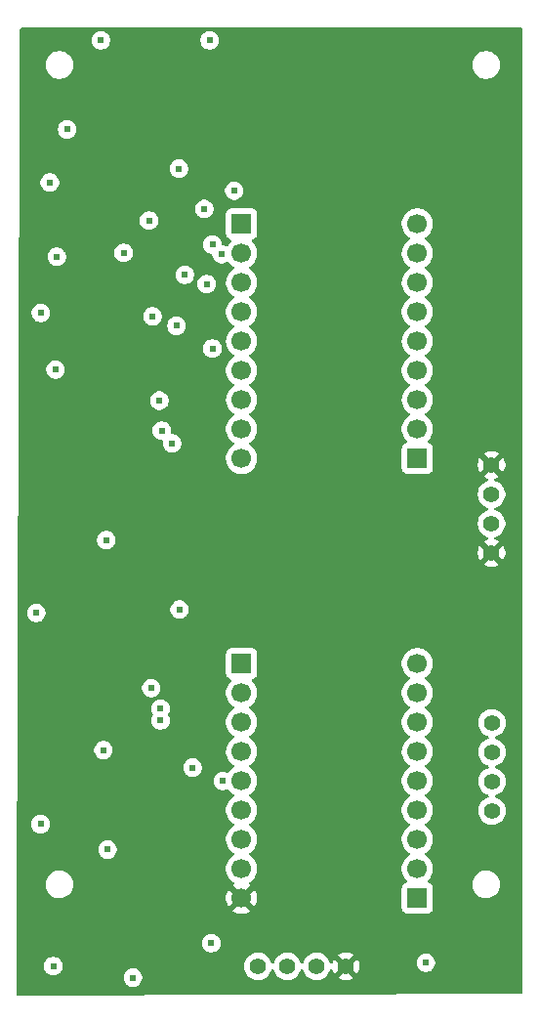
<source format=gbr>
G04 #@! TF.GenerationSoftware,KiCad,Pcbnew,9.0.0*
G04 #@! TF.CreationDate,2025-10-14T13:06:03-06:00*
G04 #@! TF.ProjectId,main_board,6d61696e-5f62-46f6-9172-642e6b696361,rev?*
G04 #@! TF.SameCoordinates,Original*
G04 #@! TF.FileFunction,Copper,L3,Inr*
G04 #@! TF.FilePolarity,Positive*
%FSLAX46Y46*%
G04 Gerber Fmt 4.6, Leading zero omitted, Abs format (unit mm)*
G04 Created by KiCad (PCBNEW 9.0.0) date 2025-10-14 13:06:03*
%MOMM*%
%LPD*%
G01*
G04 APERTURE LIST*
G04 #@! TA.AperFunction,ComponentPad*
%ADD10C,1.397000*%
G04 #@! TD*
G04 #@! TA.AperFunction,ComponentPad*
%ADD11R,1.700000X1.700000*%
G04 #@! TD*
G04 #@! TA.AperFunction,ComponentPad*
%ADD12C,1.700000*%
G04 #@! TD*
G04 #@! TA.AperFunction,ViaPad*
%ADD13C,0.610000*%
G04 #@! TD*
G04 APERTURE END LIST*
D10*
G04 #@! TO.N,+5V*
G04 #@! TO.C,J4*
X159700000Y-105880000D03*
G04 #@! TO.N,GND*
X159700000Y-108420000D03*
X159700000Y-110960000D03*
G04 #@! TO.N,+5V*
X159700000Y-113500000D03*
G04 #@! TD*
G04 #@! TO.N,+9V*
G04 #@! TO.C,J2*
X139450000Y-149320000D03*
G04 #@! TO.N,GND*
X141990000Y-149320000D03*
X144530000Y-149320000D03*
G04 #@! TO.N,+5V*
X147070000Y-149320000D03*
G04 #@! TD*
G04 #@! TO.N,GND*
G04 #@! TO.C,J3*
X159730000Y-135850000D03*
G04 #@! TO.N,/uart*
X159730000Y-133310000D03*
G04 #@! TO.N,GND*
X159730000Y-130770000D03*
X159730000Y-128230000D03*
G04 #@! TD*
D11*
G04 #@! TO.N,unconnected-(U10-Pad1)*
G04 #@! TO.C,U10*
X138030000Y-84990000D03*
D12*
G04 #@! TO.N,unconnected-(U10-Pad2)*
X138030000Y-87530000D03*
G04 #@! TO.N,unconnected-(U10-Pad3)*
X138030000Y-90070000D03*
G04 #@! TO.N,unconnected-(U10-Pad4)*
X138030000Y-92610000D03*
G04 #@! TO.N,unconnected-(U10-Pad5)*
X138030000Y-95150000D03*
G04 #@! TO.N,unconnected-(U10-Pad6)*
X138030000Y-97690000D03*
G04 #@! TO.N,unconnected-(U10-Pad7)*
X138030000Y-100230000D03*
G04 #@! TO.N,unconnected-(U10-Pad8)*
X138030000Y-102770000D03*
G04 #@! TO.N,unconnected-(U10-Pad9)*
X138030000Y-105310000D03*
D11*
G04 #@! TO.N,/CS_bar*
X138030000Y-123090000D03*
D12*
G04 #@! TO.N,unconnected-(U10-Pad17)*
X138030000Y-125630000D03*
G04 #@! TO.N,/SCK*
X138030000Y-128170000D03*
G04 #@! TO.N,unconnected-(U10-Pad19)*
X138030000Y-130710000D03*
G04 #@! TO.N,/Serial_Data_Out*
X138030000Y-133250000D03*
G04 #@! TO.N,unconnected-(U10-Pad21)*
X138030000Y-135790000D03*
G04 #@! TO.N,unconnected-(U10-Pad22)*
X138030000Y-138330000D03*
G04 #@! TO.N,unconnected-(U10-Pad23)*
X138030000Y-140870000D03*
G04 #@! TO.N,+5V*
X138030000Y-143410000D03*
D11*
G04 #@! TO.N,GND*
X153270000Y-143410000D03*
D12*
G04 #@! TO.N,unconnected-(U10-Pad26)*
X153270000Y-140870000D03*
G04 #@! TO.N,unconnected-(U10-Pad27)*
X153270000Y-138330000D03*
G04 #@! TO.N,unconnected-(U10-Pad28)*
X153270000Y-135790000D03*
G04 #@! TO.N,/uart*
X153270000Y-133250000D03*
G04 #@! TO.N,unconnected-(U10-Pad30)*
X153270000Y-130710000D03*
G04 #@! TO.N,unconnected-(U10-Pad31)*
X153270000Y-128170000D03*
G04 #@! TO.N,unconnected-(U10-Pad32)*
X153270000Y-125630000D03*
G04 #@! TO.N,unconnected-(U10-Pad33)*
X153270000Y-123090000D03*
D11*
G04 #@! TO.N,unconnected-(U10-Pad40)*
X153270000Y-105310000D03*
D12*
G04 #@! TO.N,unconnected-(U10-Pad41)*
X153270000Y-102770000D03*
G04 #@! TO.N,/Pot_SDI*
X153270000Y-100230000D03*
G04 #@! TO.N,unconnected-(U10-Pad43)*
X153270000Y-97690000D03*
G04 #@! TO.N,/Pot_CS*
X153270000Y-95150000D03*
G04 #@! TO.N,unconnected-(U10-Pad45)*
X153270000Y-92610000D03*
G04 #@! TO.N,/Pot_CLK*
X153270000Y-90070000D03*
G04 #@! TO.N,unconnected-(U10-Pad47)*
X153270000Y-87530000D03*
G04 #@! TO.N,/Bypass_ctrl*
X153270000Y-84990000D03*
G04 #@! TD*
D13*
G04 #@! TO.N,/Serial_Data_Out*
X136400000Y-133250000D03*
G04 #@! TO.N,GND*
X121700000Y-149300000D03*
X130300000Y-93000000D03*
X126290000Y-112390000D03*
X128600000Y-150300000D03*
X135500000Y-95800000D03*
X121900000Y-97600000D03*
X154000000Y-149000000D03*
X125827500Y-69072500D03*
X120630000Y-92700000D03*
X132600000Y-80200000D03*
X120600000Y-137000000D03*
X137400000Y-82100000D03*
X130000000Y-84700000D03*
X122900000Y-76800000D03*
X135500000Y-86777900D03*
X120220000Y-118700000D03*
X135400000Y-147300000D03*
X126400000Y-139200000D03*
X135272500Y-69072500D03*
X126052267Y-130586174D03*
X132655000Y-118410000D03*
G04 #@! TO.N,/Pot_CS*
X132000000Y-104000000D03*
G04 #@! TO.N,+5V*
X126262500Y-142762500D03*
X128900000Y-116860000D03*
X135050000Y-73850000D03*
X122500000Y-124400000D03*
X123700000Y-135900000D03*
X130300000Y-81300000D03*
X135600000Y-85100000D03*
X129000000Y-103200000D03*
X131182500Y-90817500D03*
X130300000Y-86400000D03*
X133580000Y-95600000D03*
X119500000Y-100500000D03*
X125600000Y-95700000D03*
G04 #@! TO.N,/Bypass_sig*
X134800000Y-83700000D03*
X135000000Y-90200000D03*
G04 #@! TO.N,/High Gain Amplifier/Sigin*
X127800000Y-87500000D03*
X133100000Y-89400000D03*
G04 #@! TO.N,/SCK*
X131000000Y-127000000D03*
G04 #@! TO.N,/CS_bar*
X130200000Y-125200000D03*
G04 #@! TO.N,Net-(C13-Pad2)*
X121400000Y-81400000D03*
X122000000Y-87825000D03*
G04 #@! TO.N,Net-(U7-SDO)*
X133775000Y-132100000D03*
X131000000Y-128000000D03*
G04 #@! TO.N,/Bypass_ctrl*
X136300000Y-87600000D03*
X132380001Y-93819999D03*
G04 #@! TO.N,/Pot_SDI*
X131100000Y-102900000D03*
G04 #@! TO.N,/Pot_CLK*
X130900000Y-100300000D03*
G04 #@! TD*
G04 #@! TA.AperFunction,Conductor*
G04 #@! TO.N,+5V*
G36*
X162343039Y-68019685D02*
G01*
X162388794Y-68072489D01*
X162400000Y-68124000D01*
X162400000Y-151576563D01*
X162380315Y-151643602D01*
X162327511Y-151689357D01*
X162276565Y-151700562D01*
X118625011Y-151899430D01*
X118557882Y-151880051D01*
X118511887Y-151827456D01*
X118500447Y-151774988D01*
X118506005Y-150220660D01*
X127794500Y-150220660D01*
X127794500Y-150379339D01*
X127825453Y-150534948D01*
X127825455Y-150534956D01*
X127886174Y-150681543D01*
X127886179Y-150681553D01*
X127974327Y-150813475D01*
X127974330Y-150813479D01*
X128086520Y-150925669D01*
X128086524Y-150925672D01*
X128218446Y-151013820D01*
X128218450Y-151013822D01*
X128218453Y-151013824D01*
X128365044Y-151074545D01*
X128520660Y-151105499D01*
X128520663Y-151105500D01*
X128520665Y-151105500D01*
X128679337Y-151105500D01*
X128679338Y-151105499D01*
X128834956Y-151074545D01*
X128981547Y-151013824D01*
X129113476Y-150925672D01*
X129225672Y-150813476D01*
X129313824Y-150681547D01*
X129374545Y-150534956D01*
X129405500Y-150379335D01*
X129405500Y-150220665D01*
X129405500Y-150220662D01*
X129405499Y-150220660D01*
X129382592Y-150105499D01*
X129374545Y-150065044D01*
X129313824Y-149918453D01*
X129313822Y-149918450D01*
X129313820Y-149918446D01*
X129225672Y-149786524D01*
X129225669Y-149786520D01*
X129113479Y-149674330D01*
X129113475Y-149674327D01*
X128981553Y-149586179D01*
X128981543Y-149586174D01*
X128834956Y-149525455D01*
X128834948Y-149525453D01*
X128679338Y-149494500D01*
X128679335Y-149494500D01*
X128520665Y-149494500D01*
X128520662Y-149494500D01*
X128365051Y-149525453D01*
X128365043Y-149525455D01*
X128218456Y-149586174D01*
X128218446Y-149586179D01*
X128086524Y-149674327D01*
X128086520Y-149674330D01*
X127974330Y-149786520D01*
X127974327Y-149786524D01*
X127886179Y-149918446D01*
X127886174Y-149918456D01*
X127825455Y-150065043D01*
X127825453Y-150065051D01*
X127794500Y-150220660D01*
X118506005Y-150220660D01*
X118509581Y-149220660D01*
X120894500Y-149220660D01*
X120894500Y-149379339D01*
X120925453Y-149534948D01*
X120925455Y-149534956D01*
X120986174Y-149681543D01*
X120986179Y-149681553D01*
X121074327Y-149813475D01*
X121074330Y-149813479D01*
X121186520Y-149925669D01*
X121186524Y-149925672D01*
X121318446Y-150013820D01*
X121318450Y-150013822D01*
X121318453Y-150013824D01*
X121465044Y-150074545D01*
X121598525Y-150101096D01*
X121620660Y-150105499D01*
X121620663Y-150105500D01*
X121620665Y-150105500D01*
X121779337Y-150105500D01*
X121779338Y-150105499D01*
X121794764Y-150102430D01*
X121842401Y-150092956D01*
X121890179Y-150083451D01*
X121934956Y-150074545D01*
X122081547Y-150013824D01*
X122213476Y-149925672D01*
X122325672Y-149813476D01*
X122413824Y-149681547D01*
X122474545Y-149534956D01*
X122505500Y-149379335D01*
X122505500Y-149225631D01*
X138251000Y-149225631D01*
X138251000Y-149414368D01*
X138279873Y-149596665D01*
X138280523Y-149600767D01*
X138338843Y-149780256D01*
X138424523Y-149948413D01*
X138535454Y-150101096D01*
X138668904Y-150234546D01*
X138821587Y-150345477D01*
X138989744Y-150431157D01*
X139169233Y-150489477D01*
X139239134Y-150500548D01*
X139355632Y-150519000D01*
X139355637Y-150519000D01*
X139544368Y-150519000D01*
X139647920Y-150502598D01*
X139730767Y-150489477D01*
X139910256Y-150431157D01*
X140078413Y-150345477D01*
X140231096Y-150234546D01*
X140364546Y-150101096D01*
X140475477Y-149948413D01*
X140561157Y-149780256D01*
X140602070Y-149654339D01*
X140641506Y-149596665D01*
X140705865Y-149569467D01*
X140774711Y-149581382D01*
X140826187Y-149628626D01*
X140837928Y-149654336D01*
X140878843Y-149780256D01*
X140964523Y-149948413D01*
X141075454Y-150101096D01*
X141208904Y-150234546D01*
X141361587Y-150345477D01*
X141529744Y-150431157D01*
X141709233Y-150489477D01*
X141779134Y-150500548D01*
X141895632Y-150519000D01*
X141895637Y-150519000D01*
X142084368Y-150519000D01*
X142187920Y-150502598D01*
X142270767Y-150489477D01*
X142450256Y-150431157D01*
X142618413Y-150345477D01*
X142771096Y-150234546D01*
X142904546Y-150101096D01*
X143015477Y-149948413D01*
X143101157Y-149780256D01*
X143142070Y-149654339D01*
X143181506Y-149596665D01*
X143245865Y-149569467D01*
X143314711Y-149581382D01*
X143366187Y-149628626D01*
X143377928Y-149654336D01*
X143418843Y-149780256D01*
X143504523Y-149948413D01*
X143615454Y-150101096D01*
X143748904Y-150234546D01*
X143901587Y-150345477D01*
X144069744Y-150431157D01*
X144249233Y-150489477D01*
X144319134Y-150500548D01*
X144435632Y-150519000D01*
X144435637Y-150519000D01*
X144624368Y-150519000D01*
X144727920Y-150502598D01*
X144810767Y-150489477D01*
X144990256Y-150431157D01*
X145158413Y-150345477D01*
X145311096Y-150234546D01*
X145444546Y-150101096D01*
X145555477Y-149948413D01*
X145641157Y-149780256D01*
X145682333Y-149653529D01*
X145721768Y-149595858D01*
X145786127Y-149568659D01*
X145854973Y-149580573D01*
X145906449Y-149627817D01*
X145918193Y-149653533D01*
X145959304Y-149780061D01*
X145959305Y-149780063D01*
X146044952Y-149948153D01*
X146063189Y-149973255D01*
X146063190Y-149973255D01*
X146632352Y-149404093D01*
X146655792Y-149491571D01*
X146714311Y-149592930D01*
X146797070Y-149675689D01*
X146898429Y-149734208D01*
X146985905Y-149757647D01*
X146416743Y-150326808D01*
X146416743Y-150326809D01*
X146441844Y-150345046D01*
X146609935Y-150430694D01*
X146609938Y-150430695D01*
X146789349Y-150488988D01*
X146975677Y-150518500D01*
X147164323Y-150518500D01*
X147350650Y-150488988D01*
X147530061Y-150430695D01*
X147530064Y-150430694D01*
X147698151Y-150345048D01*
X147723255Y-150326808D01*
X147723256Y-150326808D01*
X147154095Y-149757647D01*
X147241571Y-149734208D01*
X147342930Y-149675689D01*
X147425689Y-149592930D01*
X147484208Y-149491571D01*
X147507647Y-149404094D01*
X148076808Y-149973256D01*
X148076808Y-149973255D01*
X148095048Y-149948151D01*
X148180694Y-149780064D01*
X148180695Y-149780061D01*
X148238988Y-149600650D01*
X148268500Y-149414323D01*
X148268500Y-149225676D01*
X148238988Y-149039349D01*
X148210897Y-148952891D01*
X148200425Y-148920660D01*
X153194500Y-148920660D01*
X153194500Y-149079339D01*
X153225453Y-149234948D01*
X153225455Y-149234956D01*
X153286174Y-149381543D01*
X153286179Y-149381553D01*
X153374327Y-149513475D01*
X153374330Y-149513479D01*
X153486520Y-149625669D01*
X153486524Y-149625672D01*
X153618446Y-149713820D01*
X153618450Y-149713822D01*
X153618453Y-149713824D01*
X153765044Y-149774545D01*
X153920660Y-149805499D01*
X153920663Y-149805500D01*
X153920665Y-149805500D01*
X154079337Y-149805500D01*
X154079338Y-149805499D01*
X154234956Y-149774545D01*
X154381547Y-149713824D01*
X154513476Y-149625672D01*
X154625672Y-149513476D01*
X154713824Y-149381547D01*
X154774545Y-149234956D01*
X154805500Y-149079335D01*
X154805500Y-148920665D01*
X154805500Y-148920662D01*
X154805499Y-148920660D01*
X154796516Y-148875500D01*
X154774545Y-148765044D01*
X154713824Y-148618453D01*
X154713822Y-148618450D01*
X154713820Y-148618446D01*
X154625672Y-148486524D01*
X154625669Y-148486520D01*
X154513479Y-148374330D01*
X154513475Y-148374327D01*
X154381553Y-148286179D01*
X154381543Y-148286174D01*
X154234956Y-148225455D01*
X154234948Y-148225453D01*
X154079338Y-148194500D01*
X154079335Y-148194500D01*
X153920665Y-148194500D01*
X153920662Y-148194500D01*
X153765051Y-148225453D01*
X153765043Y-148225455D01*
X153618456Y-148286174D01*
X153618446Y-148286179D01*
X153486524Y-148374327D01*
X153486520Y-148374330D01*
X153374330Y-148486520D01*
X153374327Y-148486524D01*
X153286179Y-148618446D01*
X153286174Y-148618456D01*
X153225455Y-148765043D01*
X153225453Y-148765051D01*
X153194500Y-148920660D01*
X148200425Y-148920660D01*
X148180695Y-148859938D01*
X148180694Y-148859935D01*
X148095046Y-148691844D01*
X148076809Y-148666743D01*
X148076808Y-148666743D01*
X147507647Y-149235904D01*
X147484208Y-149148429D01*
X147425689Y-149047070D01*
X147342930Y-148964311D01*
X147241571Y-148905792D01*
X147154094Y-148882352D01*
X147723255Y-148313190D01*
X147723255Y-148313189D01*
X147698153Y-148294952D01*
X147530063Y-148209305D01*
X147530061Y-148209304D01*
X147350650Y-148151011D01*
X147164323Y-148121500D01*
X146975677Y-148121500D01*
X146789349Y-148151011D01*
X146609938Y-148209304D01*
X146609936Y-148209305D01*
X146441844Y-148294953D01*
X146441839Y-148294957D01*
X146416743Y-148313188D01*
X146416743Y-148313191D01*
X146985906Y-148882352D01*
X146898429Y-148905792D01*
X146797070Y-148964311D01*
X146714311Y-149047070D01*
X146655792Y-149148429D01*
X146632352Y-149235905D01*
X146063191Y-148666743D01*
X146063188Y-148666743D01*
X146044957Y-148691839D01*
X146044953Y-148691844D01*
X145959306Y-148859935D01*
X145918193Y-148986467D01*
X145878755Y-149044142D01*
X145814396Y-149071340D01*
X145745550Y-149059425D01*
X145694074Y-149012181D01*
X145682333Y-148986472D01*
X145641157Y-148859744D01*
X145555477Y-148691587D01*
X145444546Y-148538904D01*
X145311096Y-148405454D01*
X145158413Y-148294523D01*
X144990256Y-148208843D01*
X144810767Y-148150523D01*
X144810765Y-148150522D01*
X144810763Y-148150522D01*
X144624368Y-148121000D01*
X144624363Y-148121000D01*
X144435637Y-148121000D01*
X144435632Y-148121000D01*
X144249236Y-148150522D01*
X144069741Y-148208844D01*
X143901586Y-148294523D01*
X143814475Y-148357813D01*
X143748904Y-148405454D01*
X143748902Y-148405456D01*
X143748901Y-148405456D01*
X143615456Y-148538901D01*
X143615456Y-148538902D01*
X143615454Y-148538904D01*
X143581110Y-148586174D01*
X143504523Y-148691586D01*
X143418844Y-148859741D01*
X143418843Y-148859743D01*
X143418843Y-148859744D01*
X143388578Y-148952891D01*
X143377931Y-148985658D01*
X143338493Y-149043334D01*
X143274135Y-149070532D01*
X143205288Y-149058617D01*
X143153813Y-149011373D01*
X143142069Y-148985658D01*
X143101157Y-148859744D01*
X143015477Y-148691587D01*
X142904546Y-148538904D01*
X142771096Y-148405454D01*
X142618413Y-148294523D01*
X142450256Y-148208843D01*
X142270767Y-148150523D01*
X142270765Y-148150522D01*
X142270763Y-148150522D01*
X142084368Y-148121000D01*
X142084363Y-148121000D01*
X141895637Y-148121000D01*
X141895632Y-148121000D01*
X141709236Y-148150522D01*
X141529741Y-148208844D01*
X141361586Y-148294523D01*
X141274475Y-148357813D01*
X141208904Y-148405454D01*
X141208902Y-148405456D01*
X141208901Y-148405456D01*
X141075456Y-148538901D01*
X141075456Y-148538902D01*
X141075454Y-148538904D01*
X141041110Y-148586174D01*
X140964523Y-148691586D01*
X140878844Y-148859741D01*
X140878843Y-148859743D01*
X140878843Y-148859744D01*
X140848578Y-148952891D01*
X140837931Y-148985658D01*
X140798493Y-149043334D01*
X140734135Y-149070532D01*
X140665288Y-149058617D01*
X140613813Y-149011373D01*
X140602069Y-148985658D01*
X140561157Y-148859744D01*
X140475477Y-148691587D01*
X140364546Y-148538904D01*
X140231096Y-148405454D01*
X140078413Y-148294523D01*
X139910256Y-148208843D01*
X139730767Y-148150523D01*
X139730765Y-148150522D01*
X139730763Y-148150522D01*
X139544368Y-148121000D01*
X139544363Y-148121000D01*
X139355637Y-148121000D01*
X139355632Y-148121000D01*
X139169236Y-148150522D01*
X138989741Y-148208844D01*
X138821586Y-148294523D01*
X138734475Y-148357813D01*
X138668904Y-148405454D01*
X138668902Y-148405456D01*
X138668901Y-148405456D01*
X138535456Y-148538901D01*
X138535456Y-148538902D01*
X138535454Y-148538904D01*
X138501110Y-148586174D01*
X138424523Y-148691586D01*
X138338844Y-148859741D01*
X138280522Y-149039236D01*
X138251000Y-149225631D01*
X122505500Y-149225631D01*
X122505500Y-149220665D01*
X122505500Y-149220662D01*
X122505499Y-149220660D01*
X122477388Y-149079337D01*
X122474545Y-149065044D01*
X122413824Y-148918453D01*
X122413822Y-148918450D01*
X122413820Y-148918446D01*
X122325672Y-148786524D01*
X122325669Y-148786520D01*
X122213479Y-148674330D01*
X122213475Y-148674327D01*
X122081553Y-148586179D01*
X122081543Y-148586174D01*
X121934956Y-148525455D01*
X121934948Y-148525453D01*
X121779338Y-148494500D01*
X121779335Y-148494500D01*
X121620665Y-148494500D01*
X121620662Y-148494500D01*
X121465051Y-148525453D01*
X121465043Y-148525455D01*
X121318456Y-148586174D01*
X121318446Y-148586179D01*
X121186524Y-148674327D01*
X121186520Y-148674330D01*
X121074330Y-148786520D01*
X121074327Y-148786524D01*
X120986179Y-148918446D01*
X120986174Y-148918456D01*
X120925455Y-149065043D01*
X120925453Y-149065051D01*
X120894500Y-149220660D01*
X118509581Y-149220660D01*
X118509604Y-149214130D01*
X118513511Y-148121500D01*
X118516732Y-147220660D01*
X134594500Y-147220660D01*
X134594500Y-147379339D01*
X134625453Y-147534948D01*
X134625455Y-147534956D01*
X134686174Y-147681543D01*
X134686179Y-147681553D01*
X134774327Y-147813475D01*
X134774330Y-147813479D01*
X134886520Y-147925669D01*
X134886524Y-147925672D01*
X135018446Y-148013820D01*
X135018450Y-148013822D01*
X135018453Y-148013824D01*
X135165044Y-148074545D01*
X135320660Y-148105499D01*
X135320663Y-148105500D01*
X135320665Y-148105500D01*
X135479337Y-148105500D01*
X135479338Y-148105499D01*
X135634956Y-148074545D01*
X135781547Y-148013824D01*
X135913476Y-147925672D01*
X136025672Y-147813476D01*
X136113824Y-147681547D01*
X136174545Y-147534956D01*
X136205500Y-147379335D01*
X136205500Y-147220665D01*
X136205500Y-147220662D01*
X136205499Y-147220660D01*
X136174546Y-147065051D01*
X136174545Y-147065044D01*
X136113824Y-146918453D01*
X136113822Y-146918450D01*
X136113820Y-146918446D01*
X136025672Y-146786524D01*
X136025669Y-146786520D01*
X135913479Y-146674330D01*
X135913475Y-146674327D01*
X135781553Y-146586179D01*
X135781543Y-146586174D01*
X135634956Y-146525455D01*
X135634948Y-146525453D01*
X135479338Y-146494500D01*
X135479335Y-146494500D01*
X135320665Y-146494500D01*
X135320662Y-146494500D01*
X135165051Y-146525453D01*
X135165043Y-146525455D01*
X135018456Y-146586174D01*
X135018446Y-146586179D01*
X134886524Y-146674327D01*
X134886520Y-146674330D01*
X134774330Y-146786520D01*
X134774327Y-146786524D01*
X134686179Y-146918446D01*
X134686174Y-146918456D01*
X134625455Y-147065043D01*
X134625453Y-147065051D01*
X134594500Y-147220660D01*
X118516732Y-147220660D01*
X118530635Y-143332545D01*
X118534951Y-142125513D01*
X121029500Y-142125513D01*
X121029500Y-142314486D01*
X121059059Y-142501118D01*
X121117454Y-142680836D01*
X121203240Y-142849199D01*
X121314310Y-143002073D01*
X121447927Y-143135690D01*
X121600801Y-143246760D01*
X121680347Y-143287290D01*
X121769163Y-143332545D01*
X121769165Y-143332545D01*
X121769168Y-143332547D01*
X121865497Y-143363846D01*
X121948881Y-143390940D01*
X122135514Y-143420500D01*
X122135519Y-143420500D01*
X122324486Y-143420500D01*
X122511118Y-143390940D01*
X122690832Y-143332547D01*
X122859199Y-143246760D01*
X123012073Y-143135690D01*
X123145690Y-143002073D01*
X123256760Y-142849199D01*
X123342547Y-142680832D01*
X123400940Y-142501118D01*
X123408638Y-142452516D01*
X123430500Y-142314486D01*
X123430500Y-142125513D01*
X123400940Y-141938881D01*
X123342545Y-141759163D01*
X123256759Y-141590800D01*
X123145690Y-141437927D01*
X123012073Y-141304310D01*
X122859199Y-141193240D01*
X122845459Y-141186239D01*
X122690836Y-141107454D01*
X122511118Y-141049059D01*
X122324486Y-141019500D01*
X122324481Y-141019500D01*
X122135519Y-141019500D01*
X122135514Y-141019500D01*
X121948881Y-141049059D01*
X121769163Y-141107454D01*
X121600800Y-141193240D01*
X121513579Y-141256610D01*
X121447927Y-141304310D01*
X121447925Y-141304312D01*
X121447924Y-141304312D01*
X121314312Y-141437924D01*
X121314312Y-141437925D01*
X121314310Y-141437927D01*
X121266610Y-141503579D01*
X121203240Y-141590800D01*
X121117454Y-141759163D01*
X121059059Y-141938881D01*
X121029500Y-142125513D01*
X118534951Y-142125513D01*
X118534970Y-142120204D01*
X118545696Y-139120660D01*
X125594500Y-139120660D01*
X125594500Y-139279339D01*
X125625453Y-139434948D01*
X125625455Y-139434956D01*
X125686174Y-139581543D01*
X125686179Y-139581553D01*
X125774327Y-139713475D01*
X125774330Y-139713479D01*
X125886520Y-139825669D01*
X125886524Y-139825672D01*
X126018446Y-139913820D01*
X126018450Y-139913822D01*
X126018453Y-139913824D01*
X126165044Y-139974545D01*
X126320660Y-140005499D01*
X126320663Y-140005500D01*
X126320665Y-140005500D01*
X126479337Y-140005500D01*
X126479338Y-140005499D01*
X126634956Y-139974545D01*
X126781547Y-139913824D01*
X126913476Y-139825672D01*
X127025672Y-139713476D01*
X127113824Y-139581547D01*
X127174545Y-139434956D01*
X127205500Y-139279335D01*
X127205500Y-139120665D01*
X127205500Y-139120662D01*
X127205499Y-139120660D01*
X127174546Y-138965051D01*
X127174545Y-138965044D01*
X127113824Y-138818453D01*
X127113822Y-138818450D01*
X127113820Y-138818446D01*
X127025672Y-138686524D01*
X127025669Y-138686520D01*
X126913479Y-138574330D01*
X126913475Y-138574327D01*
X126781553Y-138486179D01*
X126781543Y-138486174D01*
X126634956Y-138425455D01*
X126634948Y-138425453D01*
X126479338Y-138394500D01*
X126479335Y-138394500D01*
X126320665Y-138394500D01*
X126320662Y-138394500D01*
X126165051Y-138425453D01*
X126165043Y-138425455D01*
X126018456Y-138486174D01*
X126018446Y-138486179D01*
X125886524Y-138574327D01*
X125886520Y-138574330D01*
X125774330Y-138686520D01*
X125774327Y-138686524D01*
X125686179Y-138818446D01*
X125686174Y-138818456D01*
X125625455Y-138965043D01*
X125625453Y-138965051D01*
X125594500Y-139120660D01*
X118545696Y-139120660D01*
X118545719Y-139114130D01*
X118553562Y-136920660D01*
X119794500Y-136920660D01*
X119794500Y-137079339D01*
X119825453Y-137234948D01*
X119825455Y-137234956D01*
X119886174Y-137381543D01*
X119886179Y-137381553D01*
X119974327Y-137513475D01*
X119974330Y-137513479D01*
X120086520Y-137625669D01*
X120086524Y-137625672D01*
X120218446Y-137713820D01*
X120218450Y-137713822D01*
X120218453Y-137713824D01*
X120365044Y-137774545D01*
X120520660Y-137805499D01*
X120520663Y-137805500D01*
X120520665Y-137805500D01*
X120679337Y-137805500D01*
X120679338Y-137805499D01*
X120834956Y-137774545D01*
X120981547Y-137713824D01*
X121113476Y-137625672D01*
X121225672Y-137513476D01*
X121313824Y-137381547D01*
X121374545Y-137234956D01*
X121405500Y-137079335D01*
X121405500Y-136920665D01*
X121405500Y-136920662D01*
X121405499Y-136920660D01*
X121404200Y-136914130D01*
X121374545Y-136765044D01*
X121313824Y-136618453D01*
X121313822Y-136618450D01*
X121313820Y-136618446D01*
X121225672Y-136486524D01*
X121225669Y-136486520D01*
X121113479Y-136374330D01*
X121113475Y-136374327D01*
X120981553Y-136286179D01*
X120981543Y-136286174D01*
X120834956Y-136225455D01*
X120834948Y-136225453D01*
X120679338Y-136194500D01*
X120679335Y-136194500D01*
X120520665Y-136194500D01*
X120520662Y-136194500D01*
X120365051Y-136225453D01*
X120365043Y-136225455D01*
X120218456Y-136286174D01*
X120218446Y-136286179D01*
X120086524Y-136374327D01*
X120086520Y-136374330D01*
X119974330Y-136486520D01*
X119974327Y-136486524D01*
X119886179Y-136618446D01*
X119886174Y-136618456D01*
X119825455Y-136765043D01*
X119825453Y-136765051D01*
X119794500Y-136920660D01*
X118553562Y-136920660D01*
X118553585Y-136914130D01*
X118566971Y-133170660D01*
X135594500Y-133170660D01*
X135594500Y-133329339D01*
X135625453Y-133484948D01*
X135625455Y-133484956D01*
X135686174Y-133631543D01*
X135686179Y-133631553D01*
X135774327Y-133763475D01*
X135774330Y-133763479D01*
X135886520Y-133875669D01*
X135886524Y-133875672D01*
X136018446Y-133963820D01*
X136018450Y-133963822D01*
X136018453Y-133963824D01*
X136165044Y-134024545D01*
X136320660Y-134055499D01*
X136320663Y-134055500D01*
X136320665Y-134055500D01*
X136479337Y-134055500D01*
X136479338Y-134055499D01*
X136634956Y-134024545D01*
X136766386Y-133970103D01*
X136835854Y-133962635D01*
X136898333Y-133993909D01*
X136914154Y-134011778D01*
X136923430Y-134024545D01*
X136999892Y-134129788D01*
X137150213Y-134280109D01*
X137322182Y-134405050D01*
X137330946Y-134409516D01*
X137381742Y-134457491D01*
X137398536Y-134525312D01*
X137375998Y-134591447D01*
X137330946Y-134630484D01*
X137322182Y-134634949D01*
X137150213Y-134759890D01*
X136999890Y-134910213D01*
X136874951Y-135082179D01*
X136778444Y-135271585D01*
X136712753Y-135473760D01*
X136679500Y-135683713D01*
X136679500Y-135896287D01*
X136712754Y-136106243D01*
X136771217Y-136286174D01*
X136778444Y-136308414D01*
X136874951Y-136497820D01*
X136999890Y-136669786D01*
X137150213Y-136820109D01*
X137322182Y-136945050D01*
X137330946Y-136949516D01*
X137381742Y-136997491D01*
X137398536Y-137065312D01*
X137375998Y-137131447D01*
X137330946Y-137170484D01*
X137322182Y-137174949D01*
X137150213Y-137299890D01*
X136999890Y-137450213D01*
X136874951Y-137622179D01*
X136778444Y-137811585D01*
X136712753Y-138013760D01*
X136679500Y-138223713D01*
X136679500Y-138436286D01*
X136701363Y-138574327D01*
X136712754Y-138646243D01*
X136768706Y-138818446D01*
X136778444Y-138848414D01*
X136874951Y-139037820D01*
X136999890Y-139209786D01*
X137150213Y-139360109D01*
X137322182Y-139485050D01*
X137330946Y-139489516D01*
X137381742Y-139537491D01*
X137398536Y-139605312D01*
X137375998Y-139671447D01*
X137330946Y-139710484D01*
X137322182Y-139714949D01*
X137150213Y-139839890D01*
X136999890Y-139990213D01*
X136874951Y-140162179D01*
X136778444Y-140351585D01*
X136712753Y-140553760D01*
X136679500Y-140763713D01*
X136679500Y-140976287D01*
X136712754Y-141186243D01*
X136751116Y-141304310D01*
X136778444Y-141388414D01*
X136874951Y-141577820D01*
X136999890Y-141749786D01*
X137150213Y-141900109D01*
X137322179Y-142025048D01*
X137322181Y-142025049D01*
X137322184Y-142025051D01*
X137331493Y-142029794D01*
X137382290Y-142077766D01*
X137399087Y-142145587D01*
X137376552Y-142211722D01*
X137331505Y-142250760D01*
X137322446Y-142255376D01*
X137322440Y-142255380D01*
X137268282Y-142294727D01*
X137268282Y-142294728D01*
X137900591Y-142927037D01*
X137837007Y-142944075D01*
X137722993Y-143009901D01*
X137629901Y-143102993D01*
X137564075Y-143217007D01*
X137547037Y-143280591D01*
X136914728Y-142648282D01*
X136914727Y-142648282D01*
X136875380Y-142702439D01*
X136778904Y-142891782D01*
X136713242Y-143093869D01*
X136713242Y-143093872D01*
X136680000Y-143303753D01*
X136680000Y-143516246D01*
X136713242Y-143726127D01*
X136713242Y-143726130D01*
X136778904Y-143928217D01*
X136875375Y-144117550D01*
X136914728Y-144171716D01*
X137547037Y-143539408D01*
X137564075Y-143602993D01*
X137629901Y-143717007D01*
X137722993Y-143810099D01*
X137837007Y-143875925D01*
X137900590Y-143892962D01*
X137268282Y-144525269D01*
X137268282Y-144525270D01*
X137322449Y-144564624D01*
X137511782Y-144661095D01*
X137713870Y-144726757D01*
X137923754Y-144760000D01*
X138136246Y-144760000D01*
X138346127Y-144726757D01*
X138346130Y-144726757D01*
X138548217Y-144661095D01*
X138737554Y-144564622D01*
X138791716Y-144525270D01*
X138791717Y-144525270D01*
X138159408Y-143892962D01*
X138222993Y-143875925D01*
X138337007Y-143810099D01*
X138430099Y-143717007D01*
X138495925Y-143602993D01*
X138512962Y-143539409D01*
X139145270Y-144171717D01*
X139145270Y-144171716D01*
X139184622Y-144117554D01*
X139281095Y-143928217D01*
X139346757Y-143726130D01*
X139346757Y-143726127D01*
X139380000Y-143516246D01*
X139380000Y-143303753D01*
X139346757Y-143093872D01*
X139346757Y-143093869D01*
X139281095Y-142891782D01*
X139184624Y-142702449D01*
X139145270Y-142648282D01*
X139145269Y-142648282D01*
X138512962Y-143280590D01*
X138495925Y-143217007D01*
X138430099Y-143102993D01*
X138337007Y-143009901D01*
X138222993Y-142944075D01*
X138159409Y-142927037D01*
X138791716Y-142294728D01*
X138737547Y-142255373D01*
X138737547Y-142255372D01*
X138728500Y-142250763D01*
X138677706Y-142202788D01*
X138660912Y-142134966D01*
X138683451Y-142068832D01*
X138728508Y-142029793D01*
X138737816Y-142025051D01*
X138827554Y-141959853D01*
X138909786Y-141900109D01*
X138909788Y-141900106D01*
X138909792Y-141900104D01*
X139060104Y-141749792D01*
X139060106Y-141749788D01*
X139060109Y-141749786D01*
X139185048Y-141577820D01*
X139185047Y-141577820D01*
X139185051Y-141577816D01*
X139281557Y-141388412D01*
X139347246Y-141186243D01*
X139380500Y-140976287D01*
X139380500Y-140763713D01*
X139347246Y-140553757D01*
X139281557Y-140351588D01*
X139185051Y-140162184D01*
X139185049Y-140162181D01*
X139185048Y-140162179D01*
X139060109Y-139990213D01*
X138909786Y-139839890D01*
X138737820Y-139714951D01*
X138734923Y-139713475D01*
X138729054Y-139710485D01*
X138678259Y-139662512D01*
X138661463Y-139594692D01*
X138683999Y-139528556D01*
X138729054Y-139489515D01*
X138737816Y-139485051D01*
X138759789Y-139469086D01*
X138909786Y-139360109D01*
X138909788Y-139360106D01*
X138909792Y-139360104D01*
X139060104Y-139209792D01*
X139060106Y-139209788D01*
X139060109Y-139209786D01*
X139185048Y-139037820D01*
X139185047Y-139037820D01*
X139185051Y-139037816D01*
X139281557Y-138848412D01*
X139347246Y-138646243D01*
X139380500Y-138436287D01*
X139380500Y-138223713D01*
X139347246Y-138013757D01*
X139281557Y-137811588D01*
X139185051Y-137622184D01*
X139185049Y-137622181D01*
X139185048Y-137622179D01*
X139060109Y-137450213D01*
X138909786Y-137299890D01*
X138737820Y-137174951D01*
X138737115Y-137174591D01*
X138729054Y-137170485D01*
X138678259Y-137122512D01*
X138661463Y-137054692D01*
X138683999Y-136988556D01*
X138729054Y-136949515D01*
X138737816Y-136945051D01*
X138771388Y-136920660D01*
X138909786Y-136820109D01*
X138909788Y-136820106D01*
X138909792Y-136820104D01*
X139060104Y-136669792D01*
X139060106Y-136669788D01*
X139060109Y-136669786D01*
X139185048Y-136497820D01*
X139185047Y-136497820D01*
X139185051Y-136497816D01*
X139281557Y-136308412D01*
X139347246Y-136106243D01*
X139380500Y-135896287D01*
X139380500Y-135683713D01*
X139347246Y-135473757D01*
X139281557Y-135271588D01*
X139185051Y-135082184D01*
X139185049Y-135082181D01*
X139185048Y-135082179D01*
X139060109Y-134910213D01*
X138909786Y-134759890D01*
X138737820Y-134634951D01*
X138737115Y-134634591D01*
X138729054Y-134630485D01*
X138678259Y-134582512D01*
X138661463Y-134514692D01*
X138683999Y-134448556D01*
X138729054Y-134409515D01*
X138737816Y-134405051D01*
X138759789Y-134389086D01*
X138909786Y-134280109D01*
X138909788Y-134280106D01*
X138909792Y-134280104D01*
X139060104Y-134129792D01*
X139060106Y-134129788D01*
X139060109Y-134129786D01*
X139185048Y-133957820D01*
X139185047Y-133957820D01*
X139185051Y-133957816D01*
X139281557Y-133768412D01*
X139347246Y-133566243D01*
X139380500Y-133356287D01*
X139380500Y-133143713D01*
X139347246Y-132933757D01*
X139281557Y-132731588D01*
X139185051Y-132542184D01*
X139185049Y-132542181D01*
X139185048Y-132542179D01*
X139060109Y-132370213D01*
X138909786Y-132219890D01*
X138737820Y-132094951D01*
X138737115Y-132094591D01*
X138729054Y-132090485D01*
X138678259Y-132042512D01*
X138661463Y-131974692D01*
X138683999Y-131908556D01*
X138729054Y-131869515D01*
X138737816Y-131865051D01*
X138759789Y-131849086D01*
X138909786Y-131740109D01*
X138909788Y-131740106D01*
X138909792Y-131740104D01*
X139060104Y-131589792D01*
X139060106Y-131589788D01*
X139060109Y-131589786D01*
X139185048Y-131417820D01*
X139185047Y-131417820D01*
X139185051Y-131417816D01*
X139281557Y-131228412D01*
X139347246Y-131026243D01*
X139380500Y-130816287D01*
X139380500Y-130603713D01*
X139347246Y-130393757D01*
X139281557Y-130191588D01*
X139185051Y-130002184D01*
X139185049Y-130002181D01*
X139185048Y-130002179D01*
X139060109Y-129830213D01*
X138909786Y-129679890D01*
X138737820Y-129554951D01*
X138737115Y-129554591D01*
X138729054Y-129550485D01*
X138678259Y-129502512D01*
X138661463Y-129434692D01*
X138683999Y-129368556D01*
X138729054Y-129329515D01*
X138737816Y-129325051D01*
X138759789Y-129309086D01*
X138909786Y-129200109D01*
X138909788Y-129200106D01*
X138909792Y-129200104D01*
X139060104Y-129049792D01*
X139060106Y-129049788D01*
X139060109Y-129049786D01*
X139185048Y-128877820D01*
X139185047Y-128877820D01*
X139185051Y-128877816D01*
X139281557Y-128688412D01*
X139347246Y-128486243D01*
X139380500Y-128276287D01*
X139380500Y-128063713D01*
X139347246Y-127853757D01*
X139281557Y-127651588D01*
X139185051Y-127462184D01*
X139185049Y-127462181D01*
X139185048Y-127462179D01*
X139060109Y-127290213D01*
X138909786Y-127139890D01*
X138737820Y-127014951D01*
X138737115Y-127014591D01*
X138729054Y-127010485D01*
X138678259Y-126962512D01*
X138661463Y-126894692D01*
X138683999Y-126828556D01*
X138729054Y-126789515D01*
X138737816Y-126785051D01*
X138765355Y-126765043D01*
X138909786Y-126660109D01*
X138909788Y-126660106D01*
X138909792Y-126660104D01*
X139060104Y-126509792D01*
X139060106Y-126509788D01*
X139060109Y-126509786D01*
X139185048Y-126337820D01*
X139185047Y-126337820D01*
X139185051Y-126337816D01*
X139281557Y-126148412D01*
X139347246Y-125946243D01*
X139380500Y-125736287D01*
X139380500Y-125523713D01*
X139347246Y-125313757D01*
X139281557Y-125111588D01*
X139185051Y-124922184D01*
X139185049Y-124922181D01*
X139185048Y-124922179D01*
X139060109Y-124750213D01*
X138946569Y-124636673D01*
X138913084Y-124575350D01*
X138918068Y-124505658D01*
X138959940Y-124449725D01*
X138990915Y-124432810D01*
X139122331Y-124383796D01*
X139237546Y-124297546D01*
X139323796Y-124182331D01*
X139374091Y-124047483D01*
X139380500Y-123987873D01*
X139380499Y-122983713D01*
X151919500Y-122983713D01*
X151919500Y-123196286D01*
X151952753Y-123406239D01*
X152018444Y-123608414D01*
X152114951Y-123797820D01*
X152239890Y-123969786D01*
X152390213Y-124120109D01*
X152562182Y-124245050D01*
X152570946Y-124249516D01*
X152621742Y-124297491D01*
X152638536Y-124365312D01*
X152615998Y-124431447D01*
X152570946Y-124470484D01*
X152562182Y-124474949D01*
X152390213Y-124599890D01*
X152239890Y-124750213D01*
X152114951Y-124922179D01*
X152018444Y-125111585D01*
X151952753Y-125313760D01*
X151919500Y-125523713D01*
X151919500Y-125736286D01*
X151947618Y-125913820D01*
X151952754Y-125946243D01*
X151961950Y-125974546D01*
X152018444Y-126148414D01*
X152114951Y-126337820D01*
X152239890Y-126509786D01*
X152390213Y-126660109D01*
X152562182Y-126785050D01*
X152570946Y-126789516D01*
X152621742Y-126837491D01*
X152638536Y-126905312D01*
X152615998Y-126971447D01*
X152570946Y-127010484D01*
X152562182Y-127014949D01*
X152390213Y-127139890D01*
X152239890Y-127290213D01*
X152114951Y-127462179D01*
X152018444Y-127651585D01*
X151952753Y-127853760D01*
X151919500Y-128063713D01*
X151919500Y-128276287D01*
X151952754Y-128486243D01*
X151998057Y-128625672D01*
X152018444Y-128688414D01*
X152114951Y-128877820D01*
X152239890Y-129049786D01*
X152390213Y-129200109D01*
X152562182Y-129325050D01*
X152570946Y-129329516D01*
X152621742Y-129377491D01*
X152638536Y-129445312D01*
X152615998Y-129511447D01*
X152570946Y-129550484D01*
X152562182Y-129554949D01*
X152390213Y-129679890D01*
X152239890Y-129830213D01*
X152114951Y-130002179D01*
X152018444Y-130191585D01*
X151952753Y-130393760D01*
X151935878Y-130500304D01*
X151919500Y-130603713D01*
X151919500Y-130816287D01*
X151952754Y-131026243D01*
X152013060Y-131211846D01*
X152018444Y-131228414D01*
X152114951Y-131417820D01*
X152239890Y-131589786D01*
X152390213Y-131740109D01*
X152562182Y-131865050D01*
X152570946Y-131869516D01*
X152621742Y-131917491D01*
X152638536Y-131985312D01*
X152615998Y-132051447D01*
X152570946Y-132090484D01*
X152562182Y-132094949D01*
X152390213Y-132219890D01*
X152239890Y-132370213D01*
X152114951Y-132542179D01*
X152018444Y-132731585D01*
X152018443Y-132731587D01*
X152018443Y-132731588D01*
X152016839Y-132736524D01*
X151952753Y-132933760D01*
X151919500Y-133143713D01*
X151919500Y-133356287D01*
X151952754Y-133566243D01*
X152016840Y-133763479D01*
X152018444Y-133768414D01*
X152114951Y-133957820D01*
X152239890Y-134129786D01*
X152390213Y-134280109D01*
X152562182Y-134405050D01*
X152570946Y-134409516D01*
X152621742Y-134457491D01*
X152638536Y-134525312D01*
X152615998Y-134591447D01*
X152570946Y-134630484D01*
X152562182Y-134634949D01*
X152390213Y-134759890D01*
X152239890Y-134910213D01*
X152114951Y-135082179D01*
X152018444Y-135271585D01*
X151952753Y-135473760D01*
X151919500Y-135683713D01*
X151919500Y-135896287D01*
X151952754Y-136106243D01*
X152011217Y-136286174D01*
X152018444Y-136308414D01*
X152114951Y-136497820D01*
X152239890Y-136669786D01*
X152390213Y-136820109D01*
X152562182Y-136945050D01*
X152570946Y-136949516D01*
X152621742Y-136997491D01*
X152638536Y-137065312D01*
X152615998Y-137131447D01*
X152570946Y-137170484D01*
X152562182Y-137174949D01*
X152390213Y-137299890D01*
X152239890Y-137450213D01*
X152114951Y-137622179D01*
X152018444Y-137811585D01*
X151952753Y-138013760D01*
X151919500Y-138223713D01*
X151919500Y-138436286D01*
X151941363Y-138574327D01*
X151952754Y-138646243D01*
X152008706Y-138818446D01*
X152018444Y-138848414D01*
X152114951Y-139037820D01*
X152239890Y-139209786D01*
X152390213Y-139360109D01*
X152562182Y-139485050D01*
X152570946Y-139489516D01*
X152621742Y-139537491D01*
X152638536Y-139605312D01*
X152615998Y-139671447D01*
X152570946Y-139710484D01*
X152562182Y-139714949D01*
X152390213Y-139839890D01*
X152239890Y-139990213D01*
X152114951Y-140162179D01*
X152018444Y-140351585D01*
X151952753Y-140553760D01*
X151919500Y-140763713D01*
X151919500Y-140976287D01*
X151952754Y-141186243D01*
X151991116Y-141304310D01*
X152018444Y-141388414D01*
X152114951Y-141577820D01*
X152239890Y-141749786D01*
X152353430Y-141863326D01*
X152386915Y-141924649D01*
X152381931Y-141994341D01*
X152340059Y-142050274D01*
X152309083Y-142067189D01*
X152177669Y-142116203D01*
X152177664Y-142116206D01*
X152062455Y-142202452D01*
X152062452Y-142202455D01*
X151976206Y-142317664D01*
X151976202Y-142317671D01*
X151925908Y-142452517D01*
X151919501Y-142512116D01*
X151919501Y-142512123D01*
X151919500Y-142512135D01*
X151919500Y-144307870D01*
X151919501Y-144307876D01*
X151925908Y-144367483D01*
X151976202Y-144502328D01*
X151976206Y-144502335D01*
X152062452Y-144617544D01*
X152062455Y-144617547D01*
X152177664Y-144703793D01*
X152177671Y-144703797D01*
X152312517Y-144754091D01*
X152312516Y-144754091D01*
X152319444Y-144754835D01*
X152372127Y-144760500D01*
X154167872Y-144760499D01*
X154227483Y-144754091D01*
X154362331Y-144703796D01*
X154477546Y-144617546D01*
X154563796Y-144502331D01*
X154614091Y-144367483D01*
X154620500Y-144307873D01*
X154620499Y-142512128D01*
X154614091Y-142452517D01*
X154563796Y-142317669D01*
X154563795Y-142317668D01*
X154563793Y-142317664D01*
X154477547Y-142202455D01*
X154477544Y-142202452D01*
X154374767Y-142125513D01*
X158029500Y-142125513D01*
X158029500Y-142314486D01*
X158059059Y-142501118D01*
X158117454Y-142680836D01*
X158203240Y-142849199D01*
X158314310Y-143002073D01*
X158447927Y-143135690D01*
X158600801Y-143246760D01*
X158680347Y-143287290D01*
X158769163Y-143332545D01*
X158769165Y-143332545D01*
X158769168Y-143332547D01*
X158865497Y-143363846D01*
X158948881Y-143390940D01*
X159135514Y-143420500D01*
X159135519Y-143420500D01*
X159324486Y-143420500D01*
X159511118Y-143390940D01*
X159690832Y-143332547D01*
X159859199Y-143246760D01*
X160012073Y-143135690D01*
X160145690Y-143002073D01*
X160256760Y-142849199D01*
X160342547Y-142680832D01*
X160400940Y-142501118D01*
X160408638Y-142452516D01*
X160430500Y-142314486D01*
X160430500Y-142125513D01*
X160400940Y-141938881D01*
X160342545Y-141759163D01*
X160256759Y-141590800D01*
X160145690Y-141437927D01*
X160012073Y-141304310D01*
X159859199Y-141193240D01*
X159845459Y-141186239D01*
X159690836Y-141107454D01*
X159511118Y-141049059D01*
X159324486Y-141019500D01*
X159324481Y-141019500D01*
X159135519Y-141019500D01*
X159135514Y-141019500D01*
X158948881Y-141049059D01*
X158769163Y-141107454D01*
X158600800Y-141193240D01*
X158513579Y-141256610D01*
X158447927Y-141304310D01*
X158447925Y-141304312D01*
X158447924Y-141304312D01*
X158314312Y-141437924D01*
X158314312Y-141437925D01*
X158314310Y-141437927D01*
X158266610Y-141503579D01*
X158203240Y-141590800D01*
X158117454Y-141759163D01*
X158059059Y-141938881D01*
X158029500Y-142125513D01*
X154374767Y-142125513D01*
X154362335Y-142116206D01*
X154362328Y-142116202D01*
X154230917Y-142067189D01*
X154174983Y-142025318D01*
X154150566Y-141959853D01*
X154165418Y-141891580D01*
X154186563Y-141863332D01*
X154300104Y-141749792D01*
X154425051Y-141577816D01*
X154521557Y-141388412D01*
X154587246Y-141186243D01*
X154620500Y-140976287D01*
X154620500Y-140763713D01*
X154587246Y-140553757D01*
X154521557Y-140351588D01*
X154425051Y-140162184D01*
X154425049Y-140162181D01*
X154425048Y-140162179D01*
X154300109Y-139990213D01*
X154149786Y-139839890D01*
X153977820Y-139714951D01*
X153974923Y-139713475D01*
X153969054Y-139710485D01*
X153918259Y-139662512D01*
X153901463Y-139594692D01*
X153923999Y-139528556D01*
X153969054Y-139489515D01*
X153977816Y-139485051D01*
X153999789Y-139469086D01*
X154149786Y-139360109D01*
X154149788Y-139360106D01*
X154149792Y-139360104D01*
X154300104Y-139209792D01*
X154300106Y-139209788D01*
X154300109Y-139209786D01*
X154425048Y-139037820D01*
X154425047Y-139037820D01*
X154425051Y-139037816D01*
X154521557Y-138848412D01*
X154587246Y-138646243D01*
X154620500Y-138436287D01*
X154620500Y-138223713D01*
X154587246Y-138013757D01*
X154521557Y-137811588D01*
X154425051Y-137622184D01*
X154425049Y-137622181D01*
X154425048Y-137622179D01*
X154300109Y-137450213D01*
X154149786Y-137299890D01*
X153977820Y-137174951D01*
X153977115Y-137174591D01*
X153969054Y-137170485D01*
X153918259Y-137122512D01*
X153901463Y-137054692D01*
X153923999Y-136988556D01*
X153969054Y-136949515D01*
X153977816Y-136945051D01*
X154011388Y-136920660D01*
X154149786Y-136820109D01*
X154149788Y-136820106D01*
X154149792Y-136820104D01*
X154300104Y-136669792D01*
X154300106Y-136669788D01*
X154300109Y-136669786D01*
X154425048Y-136497820D01*
X154425047Y-136497820D01*
X154425051Y-136497816D01*
X154521557Y-136308412D01*
X154587246Y-136106243D01*
X154620500Y-135896287D01*
X154620500Y-135683713D01*
X154587246Y-135473757D01*
X154521557Y-135271588D01*
X154425051Y-135082184D01*
X154425049Y-135082181D01*
X154425048Y-135082179D01*
X154300109Y-134910213D01*
X154149786Y-134759890D01*
X153977820Y-134634951D01*
X153977115Y-134634591D01*
X153969054Y-134630485D01*
X153918259Y-134582512D01*
X153901463Y-134514692D01*
X153923999Y-134448556D01*
X153969054Y-134409515D01*
X153977816Y-134405051D01*
X153999789Y-134389086D01*
X154149786Y-134280109D01*
X154149788Y-134280106D01*
X154149792Y-134280104D01*
X154300104Y-134129792D01*
X154300106Y-134129788D01*
X154300109Y-134129786D01*
X154425048Y-133957820D01*
X154425047Y-133957820D01*
X154425051Y-133957816D01*
X154521557Y-133768412D01*
X154587246Y-133566243D01*
X154620500Y-133356287D01*
X154620500Y-133143713D01*
X154587246Y-132933757D01*
X154521557Y-132731588D01*
X154425051Y-132542184D01*
X154425049Y-132542181D01*
X154425048Y-132542179D01*
X154300109Y-132370213D01*
X154149786Y-132219890D01*
X153977820Y-132094951D01*
X153977115Y-132094591D01*
X153969054Y-132090485D01*
X153918259Y-132042512D01*
X153901463Y-131974692D01*
X153923999Y-131908556D01*
X153969054Y-131869515D01*
X153977816Y-131865051D01*
X153999789Y-131849086D01*
X154149786Y-131740109D01*
X154149788Y-131740106D01*
X154149792Y-131740104D01*
X154300104Y-131589792D01*
X154300106Y-131589788D01*
X154300109Y-131589786D01*
X154425048Y-131417820D01*
X154425047Y-131417820D01*
X154425051Y-131417816D01*
X154521557Y-131228412D01*
X154587246Y-131026243D01*
X154620500Y-130816287D01*
X154620500Y-130603713D01*
X154587246Y-130393757D01*
X154521557Y-130191588D01*
X154425051Y-130002184D01*
X154425049Y-130002181D01*
X154425048Y-130002179D01*
X154300109Y-129830213D01*
X154149786Y-129679890D01*
X153977820Y-129554951D01*
X153977115Y-129554591D01*
X153969054Y-129550485D01*
X153918259Y-129502512D01*
X153901463Y-129434692D01*
X153923999Y-129368556D01*
X153969054Y-129329515D01*
X153977816Y-129325051D01*
X153999789Y-129309086D01*
X154149786Y-129200109D01*
X154149788Y-129200106D01*
X154149792Y-129200104D01*
X154300104Y-129049792D01*
X154300106Y-129049788D01*
X154300109Y-129049786D01*
X154425048Y-128877820D01*
X154425047Y-128877820D01*
X154425051Y-128877816D01*
X154521557Y-128688412D01*
X154587246Y-128486243D01*
X154620500Y-128276287D01*
X154620500Y-128135631D01*
X158531000Y-128135631D01*
X158531000Y-128324368D01*
X158560522Y-128510763D01*
X158560523Y-128510767D01*
X158618843Y-128690256D01*
X158704523Y-128858413D01*
X158815454Y-129011096D01*
X158948904Y-129144546D01*
X159101587Y-129255477D01*
X159269744Y-129341157D01*
X159395658Y-129382069D01*
X159453334Y-129421507D01*
X159480532Y-129485865D01*
X159468617Y-129554712D01*
X159421373Y-129606187D01*
X159395660Y-129617930D01*
X159269744Y-129658843D01*
X159269741Y-129658844D01*
X159101586Y-129744523D01*
X159014475Y-129807813D01*
X158948904Y-129855454D01*
X158948902Y-129855456D01*
X158948901Y-129855456D01*
X158815456Y-129988901D01*
X158815456Y-129988902D01*
X158815454Y-129988904D01*
X158767813Y-130054475D01*
X158704523Y-130141586D01*
X158618844Y-130309741D01*
X158618843Y-130309743D01*
X158618843Y-130309744D01*
X158605367Y-130351218D01*
X158560522Y-130489236D01*
X158531000Y-130675631D01*
X158531000Y-130864368D01*
X158560522Y-131050763D01*
X158560523Y-131050767D01*
X158618843Y-131230256D01*
X158704523Y-131398413D01*
X158815454Y-131551096D01*
X158948904Y-131684546D01*
X159101587Y-131795477D01*
X159269744Y-131881157D01*
X159395658Y-131922069D01*
X159453334Y-131961507D01*
X159480532Y-132025865D01*
X159468617Y-132094712D01*
X159421373Y-132146187D01*
X159395660Y-132157930D01*
X159329783Y-132179335D01*
X159269741Y-132198844D01*
X159101586Y-132284523D01*
X159032183Y-132334948D01*
X158948904Y-132395454D01*
X158948902Y-132395456D01*
X158948901Y-132395456D01*
X158815456Y-132528901D01*
X158815456Y-132528902D01*
X158815454Y-132528904D01*
X158775235Y-132584260D01*
X158704523Y-132681586D01*
X158618844Y-132849741D01*
X158560522Y-133029236D01*
X158531000Y-133215631D01*
X158531000Y-133404368D01*
X158560522Y-133590763D01*
X158560523Y-133590767D01*
X158618843Y-133770256D01*
X158704523Y-133938413D01*
X158815454Y-134091096D01*
X158948904Y-134224546D01*
X159101587Y-134335477D01*
X159269744Y-134421157D01*
X159395658Y-134462069D01*
X159453334Y-134501507D01*
X159480532Y-134565865D01*
X159468617Y-134634712D01*
X159421373Y-134686187D01*
X159395660Y-134697930D01*
X159269744Y-134738843D01*
X159269741Y-134738844D01*
X159101586Y-134824523D01*
X159014475Y-134887813D01*
X158948904Y-134935454D01*
X158948902Y-134935456D01*
X158948901Y-134935456D01*
X158815456Y-135068901D01*
X158815456Y-135068902D01*
X158815454Y-135068904D01*
X158767813Y-135134475D01*
X158704523Y-135221586D01*
X158618844Y-135389741D01*
X158560522Y-135569236D01*
X158531000Y-135755631D01*
X158531000Y-135944368D01*
X158560522Y-136130763D01*
X158560523Y-136130767D01*
X158618843Y-136310256D01*
X158704523Y-136478413D01*
X158815454Y-136631096D01*
X158948904Y-136764546D01*
X159101587Y-136875477D01*
X159269744Y-136961157D01*
X159449233Y-137019477D01*
X159519134Y-137030548D01*
X159635632Y-137049000D01*
X159635637Y-137049000D01*
X159824368Y-137049000D01*
X159927920Y-137032598D01*
X160010767Y-137019477D01*
X160190256Y-136961157D01*
X160358413Y-136875477D01*
X160511096Y-136764546D01*
X160644546Y-136631096D01*
X160755477Y-136478413D01*
X160841157Y-136310256D01*
X160899477Y-136130767D01*
X160912598Y-136047920D01*
X160929000Y-135944368D01*
X160929000Y-135755631D01*
X160899477Y-135569236D01*
X160899477Y-135569233D01*
X160841157Y-135389744D01*
X160755477Y-135221587D01*
X160644546Y-135068904D01*
X160511096Y-134935454D01*
X160358413Y-134824523D01*
X160190256Y-134738843D01*
X160064339Y-134697929D01*
X160006665Y-134658494D01*
X159979467Y-134594135D01*
X159991382Y-134525289D01*
X160038626Y-134473813D01*
X160064336Y-134462071D01*
X160190256Y-134421157D01*
X160358413Y-134335477D01*
X160511096Y-134224546D01*
X160644546Y-134091096D01*
X160755477Y-133938413D01*
X160841157Y-133770256D01*
X160899477Y-133590767D01*
X160916237Y-133484948D01*
X160929000Y-133404368D01*
X160929000Y-133215631D01*
X160899477Y-133029236D01*
X160899477Y-133029233D01*
X160841157Y-132849744D01*
X160755477Y-132681587D01*
X160644546Y-132528904D01*
X160511096Y-132395454D01*
X160358413Y-132284523D01*
X160190256Y-132198843D01*
X160064339Y-132157929D01*
X160006665Y-132118494D01*
X159979467Y-132054135D01*
X159991382Y-131985289D01*
X160038626Y-131933813D01*
X160064336Y-131922071D01*
X160190256Y-131881157D01*
X160358413Y-131795477D01*
X160511096Y-131684546D01*
X160644546Y-131551096D01*
X160755477Y-131398413D01*
X160841157Y-131230256D01*
X160899477Y-131050767D01*
X160912631Y-130967717D01*
X160929000Y-130864368D01*
X160929000Y-130675631D01*
X160902265Y-130506836D01*
X160899477Y-130489233D01*
X160841157Y-130309744D01*
X160755477Y-130141587D01*
X160644546Y-129988904D01*
X160511096Y-129855454D01*
X160358413Y-129744523D01*
X160190256Y-129658843D01*
X160064339Y-129617929D01*
X160006665Y-129578494D01*
X159979467Y-129514135D01*
X159991382Y-129445289D01*
X160038626Y-129393813D01*
X160064336Y-129382071D01*
X160190256Y-129341157D01*
X160358413Y-129255477D01*
X160511096Y-129144546D01*
X160644546Y-129011096D01*
X160755477Y-128858413D01*
X160841157Y-128690256D01*
X160899477Y-128510767D01*
X160919944Y-128381543D01*
X160929000Y-128324368D01*
X160929000Y-128135631D01*
X160899477Y-127949236D01*
X160899477Y-127949233D01*
X160841157Y-127769744D01*
X160755477Y-127601587D01*
X160644546Y-127448904D01*
X160511096Y-127315454D01*
X160358413Y-127204523D01*
X160190256Y-127118843D01*
X160010767Y-127060523D01*
X160010765Y-127060522D01*
X160010763Y-127060522D01*
X159824368Y-127031000D01*
X159824363Y-127031000D01*
X159635637Y-127031000D01*
X159635632Y-127031000D01*
X159449236Y-127060522D01*
X159269741Y-127118844D01*
X159101586Y-127204523D01*
X159014475Y-127267813D01*
X158948904Y-127315454D01*
X158948902Y-127315456D01*
X158948901Y-127315456D01*
X158815456Y-127448901D01*
X158815456Y-127448902D01*
X158815454Y-127448904D01*
X158776722Y-127502214D01*
X158704523Y-127601586D01*
X158618844Y-127769741D01*
X158560522Y-127949236D01*
X158531000Y-128135631D01*
X154620500Y-128135631D01*
X154620500Y-128063713D01*
X154587246Y-127853757D01*
X154521557Y-127651588D01*
X154425051Y-127462184D01*
X154425049Y-127462181D01*
X154425048Y-127462179D01*
X154300109Y-127290213D01*
X154149786Y-127139890D01*
X153977820Y-127014951D01*
X153977115Y-127014591D01*
X153969054Y-127010485D01*
X153918259Y-126962512D01*
X153901463Y-126894692D01*
X153923999Y-126828556D01*
X153969054Y-126789515D01*
X153977816Y-126785051D01*
X154005355Y-126765043D01*
X154149786Y-126660109D01*
X154149788Y-126660106D01*
X154149792Y-126660104D01*
X154300104Y-126509792D01*
X154300106Y-126509788D01*
X154300109Y-126509786D01*
X154425048Y-126337820D01*
X154425047Y-126337820D01*
X154425051Y-126337816D01*
X154521557Y-126148412D01*
X154587246Y-125946243D01*
X154620500Y-125736287D01*
X154620500Y-125523713D01*
X154587246Y-125313757D01*
X154521557Y-125111588D01*
X154425051Y-124922184D01*
X154425049Y-124922181D01*
X154425048Y-124922179D01*
X154300109Y-124750213D01*
X154149786Y-124599890D01*
X153977820Y-124474951D01*
X153977115Y-124474591D01*
X153969054Y-124470485D01*
X153918259Y-124422512D01*
X153901463Y-124354692D01*
X153923999Y-124288556D01*
X153969054Y-124249515D01*
X153977816Y-124245051D01*
X154064138Y-124182335D01*
X154149786Y-124120109D01*
X154149788Y-124120106D01*
X154149792Y-124120104D01*
X154300104Y-123969792D01*
X154300106Y-123969788D01*
X154300109Y-123969786D01*
X154425048Y-123797820D01*
X154425047Y-123797820D01*
X154425051Y-123797816D01*
X154521557Y-123608412D01*
X154587246Y-123406243D01*
X154620500Y-123196287D01*
X154620500Y-122983713D01*
X154587246Y-122773757D01*
X154521557Y-122571588D01*
X154425051Y-122382184D01*
X154425049Y-122382181D01*
X154425048Y-122382179D01*
X154300109Y-122210213D01*
X154149786Y-122059890D01*
X153977820Y-121934951D01*
X153788414Y-121838444D01*
X153788413Y-121838443D01*
X153788412Y-121838443D01*
X153586243Y-121772754D01*
X153586241Y-121772753D01*
X153586240Y-121772753D01*
X153424957Y-121747208D01*
X153376287Y-121739500D01*
X153163713Y-121739500D01*
X153115042Y-121747208D01*
X152953760Y-121772753D01*
X152751585Y-121838444D01*
X152562179Y-121934951D01*
X152390213Y-122059890D01*
X152239890Y-122210213D01*
X152114951Y-122382179D01*
X152018444Y-122571585D01*
X151952753Y-122773760D01*
X151919500Y-122983713D01*
X139380499Y-122983713D01*
X139380499Y-122192128D01*
X139374091Y-122132517D01*
X139323796Y-121997669D01*
X139323795Y-121997668D01*
X139323793Y-121997664D01*
X139237547Y-121882455D01*
X139237544Y-121882452D01*
X139122335Y-121796206D01*
X139122328Y-121796202D01*
X138987482Y-121745908D01*
X138987483Y-121745908D01*
X138927883Y-121739501D01*
X138927881Y-121739500D01*
X138927873Y-121739500D01*
X138927864Y-121739500D01*
X137132129Y-121739500D01*
X137132123Y-121739501D01*
X137072516Y-121745908D01*
X136937671Y-121796202D01*
X136937664Y-121796206D01*
X136822455Y-121882452D01*
X136822452Y-121882455D01*
X136736206Y-121997664D01*
X136736202Y-121997671D01*
X136685908Y-122132517D01*
X136679501Y-122192116D01*
X136679501Y-122192123D01*
X136679500Y-122192135D01*
X136679500Y-123987870D01*
X136679501Y-123987876D01*
X136685908Y-124047483D01*
X136736202Y-124182328D01*
X136736206Y-124182335D01*
X136822452Y-124297544D01*
X136822455Y-124297547D01*
X136937664Y-124383793D01*
X136937671Y-124383797D01*
X137069082Y-124432810D01*
X137125016Y-124474681D01*
X137149433Y-124540145D01*
X137134582Y-124608418D01*
X137113431Y-124636673D01*
X136999889Y-124750215D01*
X136874951Y-124922179D01*
X136778444Y-125111585D01*
X136712753Y-125313760D01*
X136679500Y-125523713D01*
X136679500Y-125736286D01*
X136707618Y-125913820D01*
X136712754Y-125946243D01*
X136721950Y-125974546D01*
X136778444Y-126148414D01*
X136874951Y-126337820D01*
X136999890Y-126509786D01*
X137150213Y-126660109D01*
X137322182Y-126785050D01*
X137330946Y-126789516D01*
X137381742Y-126837491D01*
X137398536Y-126905312D01*
X137375998Y-126971447D01*
X137330946Y-127010484D01*
X137322182Y-127014949D01*
X137150213Y-127139890D01*
X136999890Y-127290213D01*
X136874951Y-127462179D01*
X136778444Y-127651585D01*
X136712753Y-127853760D01*
X136679500Y-128063713D01*
X136679500Y-128276287D01*
X136712754Y-128486243D01*
X136758057Y-128625672D01*
X136778444Y-128688414D01*
X136874951Y-128877820D01*
X136999890Y-129049786D01*
X137150213Y-129200109D01*
X137322182Y-129325050D01*
X137330946Y-129329516D01*
X137381742Y-129377491D01*
X137398536Y-129445312D01*
X137375998Y-129511447D01*
X137330946Y-129550484D01*
X137322182Y-129554949D01*
X137150213Y-129679890D01*
X136999890Y-129830213D01*
X136874951Y-130002179D01*
X136778444Y-130191585D01*
X136712753Y-130393760D01*
X136695878Y-130500304D01*
X136679500Y-130603713D01*
X136679500Y-130816287D01*
X136712754Y-131026243D01*
X136773060Y-131211846D01*
X136778444Y-131228414D01*
X136874951Y-131417820D01*
X136999890Y-131589786D01*
X137150213Y-131740109D01*
X137322182Y-131865050D01*
X137330946Y-131869516D01*
X137381742Y-131917491D01*
X137398536Y-131985312D01*
X137375998Y-132051447D01*
X137330946Y-132090484D01*
X137322182Y-132094949D01*
X137150213Y-132219890D01*
X136999894Y-132370209D01*
X136999890Y-132370214D01*
X136914155Y-132488219D01*
X136858825Y-132530885D01*
X136789212Y-132536864D01*
X136766384Y-132529895D01*
X136634956Y-132475455D01*
X136634948Y-132475453D01*
X136479338Y-132444500D01*
X136479335Y-132444500D01*
X136320665Y-132444500D01*
X136320662Y-132444500D01*
X136165051Y-132475453D01*
X136165043Y-132475455D01*
X136018456Y-132536174D01*
X136018446Y-132536179D01*
X135886524Y-132624327D01*
X135886520Y-132624330D01*
X135774330Y-132736520D01*
X135774327Y-132736524D01*
X135686179Y-132868446D01*
X135686174Y-132868456D01*
X135625455Y-133015043D01*
X135625453Y-133015051D01*
X135594500Y-133170660D01*
X118566971Y-133170660D01*
X118566994Y-133164130D01*
X118571083Y-132020660D01*
X132969500Y-132020660D01*
X132969500Y-132179339D01*
X133000453Y-132334948D01*
X133000455Y-132334956D01*
X133061174Y-132481543D01*
X133061179Y-132481553D01*
X133149327Y-132613475D01*
X133149330Y-132613479D01*
X133261520Y-132725669D01*
X133261524Y-132725672D01*
X133393446Y-132813820D01*
X133393450Y-132813822D01*
X133393453Y-132813824D01*
X133540044Y-132874545D01*
X133695660Y-132905499D01*
X133695663Y-132905500D01*
X133695665Y-132905500D01*
X133854337Y-132905500D01*
X133854338Y-132905499D01*
X134009956Y-132874545D01*
X134156547Y-132813824D01*
X134288476Y-132725672D01*
X134400672Y-132613476D01*
X134488824Y-132481547D01*
X134549545Y-132334956D01*
X134580500Y-132179335D01*
X134580500Y-132020665D01*
X134580500Y-132020662D01*
X134580499Y-132020660D01*
X134568733Y-131961507D01*
X134549545Y-131865044D01*
X134488824Y-131718453D01*
X134488822Y-131718450D01*
X134488820Y-131718446D01*
X134400672Y-131586524D01*
X134400669Y-131586520D01*
X134288479Y-131474330D01*
X134288475Y-131474327D01*
X134156553Y-131386179D01*
X134156543Y-131386174D01*
X134009956Y-131325455D01*
X134009948Y-131325453D01*
X133854338Y-131294500D01*
X133854335Y-131294500D01*
X133695665Y-131294500D01*
X133695662Y-131294500D01*
X133540051Y-131325453D01*
X133540043Y-131325455D01*
X133393456Y-131386174D01*
X133393446Y-131386179D01*
X133261524Y-131474327D01*
X133261520Y-131474330D01*
X133149330Y-131586520D01*
X133149327Y-131586524D01*
X133061179Y-131718446D01*
X133061174Y-131718456D01*
X133000455Y-131865043D01*
X133000453Y-131865051D01*
X132969500Y-132020660D01*
X118571083Y-132020660D01*
X118571106Y-132014130D01*
X118576496Y-130506834D01*
X125246767Y-130506834D01*
X125246767Y-130665513D01*
X125277720Y-130821122D01*
X125277722Y-130821130D01*
X125338441Y-130967717D01*
X125338446Y-130967727D01*
X125426594Y-131099649D01*
X125426597Y-131099653D01*
X125538787Y-131211843D01*
X125538791Y-131211846D01*
X125670713Y-131299994D01*
X125670717Y-131299996D01*
X125670720Y-131299998D01*
X125817311Y-131360719D01*
X125945282Y-131386174D01*
X125972927Y-131391673D01*
X125972930Y-131391674D01*
X125972932Y-131391674D01*
X126131604Y-131391674D01*
X126131605Y-131391673D01*
X126287223Y-131360719D01*
X126433814Y-131299998D01*
X126565743Y-131211846D01*
X126677939Y-131099650D01*
X126766091Y-130967721D01*
X126826812Y-130821130D01*
X126857767Y-130665509D01*
X126857767Y-130506839D01*
X126857767Y-130506836D01*
X126857766Y-130506834D01*
X126856467Y-130500304D01*
X126826812Y-130351218D01*
X126766091Y-130204627D01*
X126766089Y-130204624D01*
X126766087Y-130204620D01*
X126677939Y-130072698D01*
X126677936Y-130072694D01*
X126565746Y-129960504D01*
X126565742Y-129960501D01*
X126433820Y-129872353D01*
X126433810Y-129872348D01*
X126287223Y-129811629D01*
X126287215Y-129811627D01*
X126131605Y-129780674D01*
X126131602Y-129780674D01*
X125972932Y-129780674D01*
X125972929Y-129780674D01*
X125817318Y-129811627D01*
X125817310Y-129811629D01*
X125670723Y-129872348D01*
X125670713Y-129872353D01*
X125538791Y-129960501D01*
X125538787Y-129960504D01*
X125426597Y-130072694D01*
X125426594Y-130072698D01*
X125338446Y-130204620D01*
X125338441Y-130204630D01*
X125277722Y-130351217D01*
X125277720Y-130351225D01*
X125246767Y-130506834D01*
X118576496Y-130506834D01*
X118576519Y-130500304D01*
X118589319Y-126920660D01*
X130194500Y-126920660D01*
X130194500Y-127079339D01*
X130225453Y-127234948D01*
X130225455Y-127234956D01*
X130286176Y-127381547D01*
X130319292Y-127431111D01*
X130340169Y-127497789D01*
X130321683Y-127565169D01*
X130319292Y-127568889D01*
X130286176Y-127618452D01*
X130225455Y-127765043D01*
X130225453Y-127765051D01*
X130194500Y-127920660D01*
X130194500Y-128079339D01*
X130225453Y-128234948D01*
X130225455Y-128234956D01*
X130286174Y-128381543D01*
X130286179Y-128381553D01*
X130374327Y-128513475D01*
X130374330Y-128513479D01*
X130486520Y-128625669D01*
X130486524Y-128625672D01*
X130618446Y-128713820D01*
X130618450Y-128713822D01*
X130618453Y-128713824D01*
X130765044Y-128774545D01*
X130920660Y-128805499D01*
X130920663Y-128805500D01*
X130920665Y-128805500D01*
X131079337Y-128805500D01*
X131079338Y-128805499D01*
X131234956Y-128774545D01*
X131381547Y-128713824D01*
X131513476Y-128625672D01*
X131625672Y-128513476D01*
X131713824Y-128381547D01*
X131774545Y-128234956D01*
X131805500Y-128079335D01*
X131805500Y-127920665D01*
X131805500Y-127920662D01*
X131805499Y-127920660D01*
X131774546Y-127765051D01*
X131774545Y-127765044D01*
X131713824Y-127618453D01*
X131680706Y-127568889D01*
X131659829Y-127502214D01*
X131678313Y-127434834D01*
X131680706Y-127431111D01*
X131713824Y-127381547D01*
X131774545Y-127234956D01*
X131805500Y-127079335D01*
X131805500Y-126920665D01*
X131805500Y-126920662D01*
X131805499Y-126920660D01*
X131797721Y-126881557D01*
X131774545Y-126765044D01*
X131713824Y-126618453D01*
X131713822Y-126618450D01*
X131713820Y-126618446D01*
X131625672Y-126486524D01*
X131625669Y-126486520D01*
X131513479Y-126374330D01*
X131513475Y-126374327D01*
X131381553Y-126286179D01*
X131381543Y-126286174D01*
X131234956Y-126225455D01*
X131234948Y-126225453D01*
X131079338Y-126194500D01*
X131079335Y-126194500D01*
X130920665Y-126194500D01*
X130920662Y-126194500D01*
X130765051Y-126225453D01*
X130765043Y-126225455D01*
X130618456Y-126286174D01*
X130618446Y-126286179D01*
X130486524Y-126374327D01*
X130486520Y-126374330D01*
X130374330Y-126486520D01*
X130374327Y-126486524D01*
X130286179Y-126618446D01*
X130286174Y-126618456D01*
X130225455Y-126765043D01*
X130225453Y-126765051D01*
X130194500Y-126920660D01*
X118589319Y-126920660D01*
X118589342Y-126914130D01*
X118595755Y-125120660D01*
X129394500Y-125120660D01*
X129394500Y-125279339D01*
X129425453Y-125434948D01*
X129425455Y-125434956D01*
X129486174Y-125581543D01*
X129486179Y-125581553D01*
X129574327Y-125713475D01*
X129574330Y-125713479D01*
X129686520Y-125825669D01*
X129686524Y-125825672D01*
X129818446Y-125913820D01*
X129818450Y-125913822D01*
X129818453Y-125913824D01*
X129965044Y-125974545D01*
X130120660Y-126005499D01*
X130120663Y-126005500D01*
X130120665Y-126005500D01*
X130279337Y-126005500D01*
X130279338Y-126005499D01*
X130434956Y-125974545D01*
X130581547Y-125913824D01*
X130713476Y-125825672D01*
X130825672Y-125713476D01*
X130913824Y-125581547D01*
X130974545Y-125434956D01*
X131005500Y-125279335D01*
X131005500Y-125120665D01*
X131005500Y-125120662D01*
X131005499Y-125120660D01*
X130974546Y-124965051D01*
X130974545Y-124965044D01*
X130913824Y-124818453D01*
X130913822Y-124818450D01*
X130913820Y-124818446D01*
X130825672Y-124686524D01*
X130825669Y-124686520D01*
X130713479Y-124574330D01*
X130713475Y-124574327D01*
X130581553Y-124486179D01*
X130581543Y-124486174D01*
X130434956Y-124425455D01*
X130434948Y-124425453D01*
X130279338Y-124394500D01*
X130279335Y-124394500D01*
X130120665Y-124394500D01*
X130120662Y-124394500D01*
X129965051Y-124425453D01*
X129965043Y-124425455D01*
X129818456Y-124486174D01*
X129818446Y-124486179D01*
X129686524Y-124574327D01*
X129686520Y-124574330D01*
X129574330Y-124686520D01*
X129574327Y-124686524D01*
X129486179Y-124818446D01*
X129486174Y-124818456D01*
X129425455Y-124965043D01*
X129425453Y-124965051D01*
X129394500Y-125120660D01*
X118595755Y-125120660D01*
X118595778Y-125114130D01*
X118618997Y-118620660D01*
X119414500Y-118620660D01*
X119414500Y-118779339D01*
X119445453Y-118934948D01*
X119445455Y-118934956D01*
X119506174Y-119081543D01*
X119506179Y-119081553D01*
X119594327Y-119213475D01*
X119594330Y-119213479D01*
X119706520Y-119325669D01*
X119706524Y-119325672D01*
X119838446Y-119413820D01*
X119838450Y-119413822D01*
X119838453Y-119413824D01*
X119985044Y-119474545D01*
X120140660Y-119505499D01*
X120140663Y-119505500D01*
X120140665Y-119505500D01*
X120299337Y-119505500D01*
X120299338Y-119505499D01*
X120454956Y-119474545D01*
X120601547Y-119413824D01*
X120733476Y-119325672D01*
X120845672Y-119213476D01*
X120933824Y-119081547D01*
X120994545Y-118934956D01*
X121025500Y-118779335D01*
X121025500Y-118620665D01*
X121025500Y-118620662D01*
X121025499Y-118620660D01*
X121024200Y-118614130D01*
X120994545Y-118465044D01*
X120938880Y-118330660D01*
X131849500Y-118330660D01*
X131849500Y-118489339D01*
X131880453Y-118644948D01*
X131880455Y-118644956D01*
X131941174Y-118791543D01*
X131941179Y-118791553D01*
X132029327Y-118923475D01*
X132029330Y-118923479D01*
X132141520Y-119035669D01*
X132141524Y-119035672D01*
X132273446Y-119123820D01*
X132273450Y-119123822D01*
X132273453Y-119123824D01*
X132420044Y-119184545D01*
X132565485Y-119213475D01*
X132575660Y-119215499D01*
X132575663Y-119215500D01*
X132575665Y-119215500D01*
X132734337Y-119215500D01*
X132734338Y-119215499D01*
X132889956Y-119184545D01*
X133036547Y-119123824D01*
X133168476Y-119035672D01*
X133280672Y-118923476D01*
X133368824Y-118791547D01*
X133429545Y-118644956D01*
X133460500Y-118489335D01*
X133460500Y-118330665D01*
X133460500Y-118330662D01*
X133460499Y-118330660D01*
X133458069Y-118318446D01*
X133429545Y-118175044D01*
X133368824Y-118028453D01*
X133368822Y-118028450D01*
X133368820Y-118028446D01*
X133280672Y-117896524D01*
X133280669Y-117896520D01*
X133168479Y-117784330D01*
X133168475Y-117784327D01*
X133036553Y-117696179D01*
X133036543Y-117696174D01*
X132889956Y-117635455D01*
X132889948Y-117635453D01*
X132734338Y-117604500D01*
X132734335Y-117604500D01*
X132575665Y-117604500D01*
X132575662Y-117604500D01*
X132420051Y-117635453D01*
X132420043Y-117635455D01*
X132273456Y-117696174D01*
X132273446Y-117696179D01*
X132141524Y-117784327D01*
X132141520Y-117784330D01*
X132029330Y-117896520D01*
X132029327Y-117896524D01*
X131941179Y-118028446D01*
X131941174Y-118028456D01*
X131880455Y-118175043D01*
X131880453Y-118175051D01*
X131849500Y-118330660D01*
X120938880Y-118330660D01*
X120933824Y-118318453D01*
X120933822Y-118318450D01*
X120933820Y-118318446D01*
X120845672Y-118186524D01*
X120845669Y-118186520D01*
X120733479Y-118074330D01*
X120733475Y-118074327D01*
X120601553Y-117986179D01*
X120601543Y-117986174D01*
X120454956Y-117925455D01*
X120454948Y-117925453D01*
X120299338Y-117894500D01*
X120299335Y-117894500D01*
X120140665Y-117894500D01*
X120140662Y-117894500D01*
X119985051Y-117925453D01*
X119985043Y-117925455D01*
X119838456Y-117986174D01*
X119838446Y-117986179D01*
X119706524Y-118074327D01*
X119706520Y-118074330D01*
X119594330Y-118186520D01*
X119594327Y-118186524D01*
X119506179Y-118318446D01*
X119506174Y-118318456D01*
X119445455Y-118465043D01*
X119445453Y-118465051D01*
X119414500Y-118620660D01*
X118618997Y-118620660D01*
X118619020Y-118614130D01*
X118633877Y-114459107D01*
X118637663Y-113400361D01*
X118641560Y-112310660D01*
X125484500Y-112310660D01*
X125484500Y-112469339D01*
X125515453Y-112624948D01*
X125515455Y-112624956D01*
X125576174Y-112771543D01*
X125576179Y-112771553D01*
X125664327Y-112903475D01*
X125664330Y-112903479D01*
X125776520Y-113015669D01*
X125776524Y-113015672D01*
X125908446Y-113103820D01*
X125908450Y-113103822D01*
X125908453Y-113103824D01*
X126055044Y-113164545D01*
X126210660Y-113195499D01*
X126210663Y-113195500D01*
X126210665Y-113195500D01*
X126369337Y-113195500D01*
X126369338Y-113195499D01*
X126524956Y-113164545D01*
X126671547Y-113103824D01*
X126803476Y-113015672D01*
X126915672Y-112903476D01*
X127003824Y-112771547D01*
X127064545Y-112624956D01*
X127095500Y-112469335D01*
X127095500Y-112310665D01*
X127095500Y-112310662D01*
X127095499Y-112310660D01*
X127094200Y-112304130D01*
X127064545Y-112155044D01*
X127003824Y-112008453D01*
X127003822Y-112008450D01*
X127003820Y-112008446D01*
X126915672Y-111876524D01*
X126915669Y-111876520D01*
X126803479Y-111764330D01*
X126803475Y-111764327D01*
X126671553Y-111676179D01*
X126671543Y-111676174D01*
X126524956Y-111615455D01*
X126524948Y-111615453D01*
X126369338Y-111584500D01*
X126369335Y-111584500D01*
X126210665Y-111584500D01*
X126210662Y-111584500D01*
X126055051Y-111615453D01*
X126055043Y-111615455D01*
X125908456Y-111676174D01*
X125908446Y-111676179D01*
X125776524Y-111764327D01*
X125776520Y-111764330D01*
X125664330Y-111876520D01*
X125664327Y-111876524D01*
X125576179Y-112008446D01*
X125576174Y-112008456D01*
X125515455Y-112155043D01*
X125515453Y-112155051D01*
X125484500Y-112310660D01*
X118641560Y-112310660D01*
X118641583Y-112304130D01*
X118655809Y-108325631D01*
X158501000Y-108325631D01*
X158501000Y-108514368D01*
X158530522Y-108700763D01*
X158530523Y-108700767D01*
X158588843Y-108880256D01*
X158674523Y-109048413D01*
X158785454Y-109201096D01*
X158918904Y-109334546D01*
X159071587Y-109445477D01*
X159239744Y-109531157D01*
X159365658Y-109572069D01*
X159423334Y-109611507D01*
X159450532Y-109675865D01*
X159438617Y-109744712D01*
X159391373Y-109796187D01*
X159365660Y-109807930D01*
X159239744Y-109848843D01*
X159239741Y-109848844D01*
X159071586Y-109934523D01*
X158984475Y-109997813D01*
X158918904Y-110045454D01*
X158918902Y-110045456D01*
X158918901Y-110045456D01*
X158785456Y-110178901D01*
X158785456Y-110178902D01*
X158785454Y-110178904D01*
X158737813Y-110244475D01*
X158674523Y-110331586D01*
X158588844Y-110499741D01*
X158530522Y-110679236D01*
X158501000Y-110865631D01*
X158501000Y-111054368D01*
X158530522Y-111240763D01*
X158530523Y-111240767D01*
X158588843Y-111420256D01*
X158674523Y-111588413D01*
X158785454Y-111741096D01*
X158918904Y-111874546D01*
X159071587Y-111985477D01*
X159239744Y-112071157D01*
X159366468Y-112112332D01*
X159424141Y-112151768D01*
X159451340Y-112216127D01*
X159439425Y-112284973D01*
X159392181Y-112336449D01*
X159366467Y-112348193D01*
X159239935Y-112389306D01*
X159071844Y-112474953D01*
X159071839Y-112474957D01*
X159046743Y-112493188D01*
X159046743Y-112493191D01*
X159615906Y-113062352D01*
X159528429Y-113085792D01*
X159427070Y-113144311D01*
X159344311Y-113227070D01*
X159285792Y-113328429D01*
X159262352Y-113415905D01*
X158693191Y-112846743D01*
X158693188Y-112846743D01*
X158674957Y-112871839D01*
X158674953Y-112871844D01*
X158589305Y-113039936D01*
X158589304Y-113039938D01*
X158531011Y-113219349D01*
X158501500Y-113405676D01*
X158501500Y-113594323D01*
X158531011Y-113780650D01*
X158589304Y-113960061D01*
X158589305Y-113960063D01*
X158674952Y-114128153D01*
X158693189Y-114153255D01*
X158693190Y-114153255D01*
X159262352Y-113584093D01*
X159285792Y-113671571D01*
X159344311Y-113772930D01*
X159427070Y-113855689D01*
X159528429Y-113914208D01*
X159615905Y-113937647D01*
X159046743Y-114506808D01*
X159046743Y-114506809D01*
X159071844Y-114525046D01*
X159239935Y-114610694D01*
X159239938Y-114610695D01*
X159419349Y-114668988D01*
X159605677Y-114698500D01*
X159794323Y-114698500D01*
X159980650Y-114668988D01*
X160160061Y-114610695D01*
X160160064Y-114610694D01*
X160328151Y-114525048D01*
X160353255Y-114506808D01*
X160353256Y-114506808D01*
X159784095Y-113937647D01*
X159871571Y-113914208D01*
X159972930Y-113855689D01*
X160055689Y-113772930D01*
X160114208Y-113671571D01*
X160137647Y-113584095D01*
X160706808Y-114153256D01*
X160706808Y-114153255D01*
X160725048Y-114128151D01*
X160810694Y-113960064D01*
X160810695Y-113960061D01*
X160868988Y-113780650D01*
X160898500Y-113594323D01*
X160898500Y-113405676D01*
X160868988Y-113219349D01*
X160810695Y-113039938D01*
X160810694Y-113039935D01*
X160725046Y-112871844D01*
X160706809Y-112846743D01*
X160706808Y-112846743D01*
X160137647Y-113415904D01*
X160114208Y-113328429D01*
X160055689Y-113227070D01*
X159972930Y-113144311D01*
X159871571Y-113085792D01*
X159784094Y-113062352D01*
X160353255Y-112493190D01*
X160353255Y-112493189D01*
X160328153Y-112474952D01*
X160160063Y-112389305D01*
X160160061Y-112389304D01*
X160033533Y-112348193D01*
X159975857Y-112308755D01*
X159948659Y-112244397D01*
X159960574Y-112175550D01*
X160007818Y-112124075D01*
X160033524Y-112112334D01*
X160160256Y-112071157D01*
X160328413Y-111985477D01*
X160481096Y-111874546D01*
X160614546Y-111741096D01*
X160725477Y-111588413D01*
X160811157Y-111420256D01*
X160869477Y-111240767D01*
X160882598Y-111157920D01*
X160899000Y-111054368D01*
X160899000Y-110865631D01*
X160869477Y-110679236D01*
X160869477Y-110679233D01*
X160811157Y-110499744D01*
X160725477Y-110331587D01*
X160614546Y-110178904D01*
X160481096Y-110045454D01*
X160328413Y-109934523D01*
X160160256Y-109848843D01*
X160034339Y-109807929D01*
X159976665Y-109768494D01*
X159949467Y-109704135D01*
X159961382Y-109635289D01*
X160008626Y-109583813D01*
X160034336Y-109572071D01*
X160160256Y-109531157D01*
X160328413Y-109445477D01*
X160481096Y-109334546D01*
X160614546Y-109201096D01*
X160725477Y-109048413D01*
X160811157Y-108880256D01*
X160869477Y-108700767D01*
X160882598Y-108617920D01*
X160899000Y-108514368D01*
X160899000Y-108325631D01*
X160869477Y-108139236D01*
X160869477Y-108139233D01*
X160811157Y-107959744D01*
X160725477Y-107791587D01*
X160614546Y-107638904D01*
X160481096Y-107505454D01*
X160328413Y-107394523D01*
X160160260Y-107308844D01*
X160110825Y-107292781D01*
X160033530Y-107267667D01*
X159975857Y-107228230D01*
X159948659Y-107163871D01*
X159960574Y-107095025D01*
X160007818Y-107043549D01*
X160033534Y-107031806D01*
X160160058Y-106990696D01*
X160160064Y-106990694D01*
X160328151Y-106905048D01*
X160353255Y-106886808D01*
X160353256Y-106886808D01*
X159784095Y-106317647D01*
X159871571Y-106294208D01*
X159972930Y-106235689D01*
X160055689Y-106152930D01*
X160114208Y-106051571D01*
X160137647Y-105964095D01*
X160706808Y-106533256D01*
X160706808Y-106533255D01*
X160725048Y-106508151D01*
X160810694Y-106340064D01*
X160810695Y-106340061D01*
X160868988Y-106160650D01*
X160898500Y-105974323D01*
X160898500Y-105785676D01*
X160868988Y-105599349D01*
X160810695Y-105419938D01*
X160810694Y-105419935D01*
X160725046Y-105251844D01*
X160706809Y-105226743D01*
X160706808Y-105226743D01*
X160137647Y-105795904D01*
X160114208Y-105708429D01*
X160055689Y-105607070D01*
X159972930Y-105524311D01*
X159871571Y-105465792D01*
X159784094Y-105442352D01*
X160353255Y-104873190D01*
X160353255Y-104873189D01*
X160328153Y-104854952D01*
X160160063Y-104769305D01*
X160160061Y-104769304D01*
X159980650Y-104711011D01*
X159794323Y-104681500D01*
X159605677Y-104681500D01*
X159419349Y-104711011D01*
X159239938Y-104769304D01*
X159239936Y-104769305D01*
X159071844Y-104854953D01*
X159071839Y-104854957D01*
X159046743Y-104873188D01*
X159046743Y-104873191D01*
X159615906Y-105442352D01*
X159528429Y-105465792D01*
X159427070Y-105524311D01*
X159344311Y-105607070D01*
X159285792Y-105708429D01*
X159262352Y-105795905D01*
X158693191Y-105226743D01*
X158693188Y-105226743D01*
X158674957Y-105251839D01*
X158674953Y-105251844D01*
X158589305Y-105419936D01*
X158589304Y-105419938D01*
X158531011Y-105599349D01*
X158501500Y-105785676D01*
X158501500Y-105974323D01*
X158531011Y-106160650D01*
X158589304Y-106340061D01*
X158589305Y-106340063D01*
X158674952Y-106508153D01*
X158693189Y-106533255D01*
X158693190Y-106533255D01*
X159262352Y-105964093D01*
X159285792Y-106051571D01*
X159344311Y-106152930D01*
X159427070Y-106235689D01*
X159528429Y-106294208D01*
X159615905Y-106317647D01*
X159046743Y-106886808D01*
X159046743Y-106886809D01*
X159071844Y-106905046D01*
X159239935Y-106990694D01*
X159239938Y-106990695D01*
X159366466Y-107031806D01*
X159424141Y-107071243D01*
X159451340Y-107135602D01*
X159439426Y-107204448D01*
X159392182Y-107255924D01*
X159366467Y-107267668D01*
X159239739Y-107308844D01*
X159071586Y-107394523D01*
X158984475Y-107457813D01*
X158918904Y-107505454D01*
X158918902Y-107505456D01*
X158918901Y-107505456D01*
X158785456Y-107638901D01*
X158785456Y-107638902D01*
X158785454Y-107638904D01*
X158737813Y-107704475D01*
X158674523Y-107791586D01*
X158588844Y-107959741D01*
X158530522Y-108139236D01*
X158501000Y-108325631D01*
X118655809Y-108325631D01*
X118655828Y-108320322D01*
X118675493Y-102820660D01*
X130294500Y-102820660D01*
X130294500Y-102979339D01*
X130325453Y-103134948D01*
X130325455Y-103134956D01*
X130386174Y-103281543D01*
X130386179Y-103281553D01*
X130474327Y-103413475D01*
X130474330Y-103413479D01*
X130586520Y-103525669D01*
X130586524Y-103525672D01*
X130718446Y-103613820D01*
X130718450Y-103613822D01*
X130718453Y-103613824D01*
X130865044Y-103674545D01*
X131020660Y-103705499D01*
X131020663Y-103705500D01*
X131086204Y-103705500D01*
X131153243Y-103725185D01*
X131198998Y-103777989D01*
X131208942Y-103847147D01*
X131207821Y-103853691D01*
X131194500Y-103920660D01*
X131194500Y-104079339D01*
X131225453Y-104234948D01*
X131225455Y-104234956D01*
X131286174Y-104381543D01*
X131286179Y-104381553D01*
X131374327Y-104513475D01*
X131374330Y-104513479D01*
X131486520Y-104625669D01*
X131486524Y-104625672D01*
X131618446Y-104713820D01*
X131618450Y-104713822D01*
X131618453Y-104713824D01*
X131765044Y-104774545D01*
X131920660Y-104805499D01*
X131920663Y-104805500D01*
X131920665Y-104805500D01*
X132079337Y-104805500D01*
X132079338Y-104805499D01*
X132234956Y-104774545D01*
X132381547Y-104713824D01*
X132513476Y-104625672D01*
X132625672Y-104513476D01*
X132713824Y-104381547D01*
X132774545Y-104234956D01*
X132805500Y-104079335D01*
X132805500Y-103920665D01*
X132805500Y-103920662D01*
X132805499Y-103920660D01*
X132774546Y-103765051D01*
X132774545Y-103765044D01*
X132713824Y-103618453D01*
X132713822Y-103618450D01*
X132713820Y-103618446D01*
X132625672Y-103486524D01*
X132625669Y-103486520D01*
X132513479Y-103374330D01*
X132513475Y-103374327D01*
X132381553Y-103286179D01*
X132381543Y-103286174D01*
X132234956Y-103225455D01*
X132234948Y-103225453D01*
X132079338Y-103194500D01*
X132079335Y-103194500D01*
X132013796Y-103194500D01*
X131946757Y-103174815D01*
X131901002Y-103122011D01*
X131891058Y-103052853D01*
X131892179Y-103046309D01*
X131905499Y-102979339D01*
X131905500Y-102979337D01*
X131905500Y-102820662D01*
X131905499Y-102820660D01*
X131874546Y-102665051D01*
X131874545Y-102665044D01*
X131813824Y-102518453D01*
X131813822Y-102518450D01*
X131813820Y-102518446D01*
X131725672Y-102386524D01*
X131725669Y-102386520D01*
X131613479Y-102274330D01*
X131613475Y-102274327D01*
X131481553Y-102186179D01*
X131481543Y-102186174D01*
X131334956Y-102125455D01*
X131334948Y-102125453D01*
X131179338Y-102094500D01*
X131179335Y-102094500D01*
X131020665Y-102094500D01*
X131020662Y-102094500D01*
X130865051Y-102125453D01*
X130865043Y-102125455D01*
X130718456Y-102186174D01*
X130718446Y-102186179D01*
X130586524Y-102274327D01*
X130586520Y-102274330D01*
X130474330Y-102386520D01*
X130474327Y-102386524D01*
X130386179Y-102518446D01*
X130386174Y-102518456D01*
X130325455Y-102665043D01*
X130325453Y-102665051D01*
X130294500Y-102820660D01*
X118675493Y-102820660D01*
X118675516Y-102814130D01*
X118684790Y-100220660D01*
X130094500Y-100220660D01*
X130094500Y-100379339D01*
X130125453Y-100534948D01*
X130125455Y-100534956D01*
X130186174Y-100681543D01*
X130186179Y-100681553D01*
X130274327Y-100813475D01*
X130274330Y-100813479D01*
X130386520Y-100925669D01*
X130386524Y-100925672D01*
X130518446Y-101013820D01*
X130518450Y-101013822D01*
X130518453Y-101013824D01*
X130665044Y-101074545D01*
X130820660Y-101105499D01*
X130820663Y-101105500D01*
X130820665Y-101105500D01*
X130979337Y-101105500D01*
X130979338Y-101105499D01*
X131134956Y-101074545D01*
X131281547Y-101013824D01*
X131413476Y-100925672D01*
X131525672Y-100813476D01*
X131613824Y-100681547D01*
X131674545Y-100534956D01*
X131705500Y-100379335D01*
X131705500Y-100220665D01*
X131705500Y-100220662D01*
X131705499Y-100220660D01*
X131674546Y-100065051D01*
X131674545Y-100065044D01*
X131613824Y-99918453D01*
X131613822Y-99918450D01*
X131613820Y-99918446D01*
X131525672Y-99786524D01*
X131525669Y-99786520D01*
X131413479Y-99674330D01*
X131413475Y-99674327D01*
X131281553Y-99586179D01*
X131281543Y-99586174D01*
X131134956Y-99525455D01*
X131134948Y-99525453D01*
X130979338Y-99494500D01*
X130979335Y-99494500D01*
X130820665Y-99494500D01*
X130820662Y-99494500D01*
X130665051Y-99525453D01*
X130665043Y-99525455D01*
X130518456Y-99586174D01*
X130518446Y-99586179D01*
X130386524Y-99674327D01*
X130386520Y-99674330D01*
X130274330Y-99786520D01*
X130274327Y-99786524D01*
X130186179Y-99918446D01*
X130186174Y-99918456D01*
X130125455Y-100065043D01*
X130125453Y-100065051D01*
X130094500Y-100220660D01*
X118684790Y-100220660D01*
X118684813Y-100214130D01*
X118694444Y-97520660D01*
X121094500Y-97520660D01*
X121094500Y-97679339D01*
X121125453Y-97834948D01*
X121125455Y-97834956D01*
X121186174Y-97981543D01*
X121186179Y-97981553D01*
X121274327Y-98113475D01*
X121274330Y-98113479D01*
X121386520Y-98225669D01*
X121386524Y-98225672D01*
X121518446Y-98313820D01*
X121518450Y-98313822D01*
X121518453Y-98313824D01*
X121665044Y-98374545D01*
X121820660Y-98405499D01*
X121820663Y-98405500D01*
X121820665Y-98405500D01*
X121979337Y-98405500D01*
X121979338Y-98405499D01*
X122134956Y-98374545D01*
X122281547Y-98313824D01*
X122413476Y-98225672D01*
X122525672Y-98113476D01*
X122613824Y-97981547D01*
X122674545Y-97834956D01*
X122705500Y-97679335D01*
X122705500Y-97520665D01*
X122705500Y-97520662D01*
X122705499Y-97520660D01*
X122674545Y-97365044D01*
X122613824Y-97218453D01*
X122613822Y-97218450D01*
X122613820Y-97218446D01*
X122525672Y-97086524D01*
X122525669Y-97086520D01*
X122413479Y-96974330D01*
X122413475Y-96974327D01*
X122281553Y-96886179D01*
X122281543Y-96886174D01*
X122134956Y-96825455D01*
X122134948Y-96825453D01*
X121979338Y-96794500D01*
X121979335Y-96794500D01*
X121820665Y-96794500D01*
X121820662Y-96794500D01*
X121665051Y-96825453D01*
X121665043Y-96825455D01*
X121518456Y-96886174D01*
X121518446Y-96886179D01*
X121386524Y-96974327D01*
X121386520Y-96974330D01*
X121274330Y-97086520D01*
X121274327Y-97086524D01*
X121186179Y-97218446D01*
X121186174Y-97218456D01*
X121125455Y-97365043D01*
X121125453Y-97365051D01*
X121094500Y-97520660D01*
X118694444Y-97520660D01*
X118700880Y-95720660D01*
X134694500Y-95720660D01*
X134694500Y-95879339D01*
X134725453Y-96034948D01*
X134725455Y-96034956D01*
X134786174Y-96181543D01*
X134786179Y-96181553D01*
X134874327Y-96313475D01*
X134874330Y-96313479D01*
X134986520Y-96425669D01*
X134986524Y-96425672D01*
X135118446Y-96513820D01*
X135118450Y-96513822D01*
X135118453Y-96513824D01*
X135265044Y-96574545D01*
X135420660Y-96605499D01*
X135420663Y-96605500D01*
X135420665Y-96605500D01*
X135579337Y-96605500D01*
X135579338Y-96605499D01*
X135734956Y-96574545D01*
X135881547Y-96513824D01*
X136013476Y-96425672D01*
X136125672Y-96313476D01*
X136213824Y-96181547D01*
X136274545Y-96034956D01*
X136305500Y-95879335D01*
X136305500Y-95720665D01*
X136305500Y-95720662D01*
X136305499Y-95720660D01*
X136304200Y-95714130D01*
X136274545Y-95565044D01*
X136213824Y-95418453D01*
X136213822Y-95418450D01*
X136213820Y-95418446D01*
X136125672Y-95286524D01*
X136125669Y-95286520D01*
X136013479Y-95174330D01*
X136013475Y-95174327D01*
X135881553Y-95086179D01*
X135881543Y-95086174D01*
X135734956Y-95025455D01*
X135734948Y-95025453D01*
X135579338Y-94994500D01*
X135579335Y-94994500D01*
X135420665Y-94994500D01*
X135420662Y-94994500D01*
X135265051Y-95025453D01*
X135265043Y-95025455D01*
X135118456Y-95086174D01*
X135118446Y-95086179D01*
X134986524Y-95174327D01*
X134986520Y-95174330D01*
X134874330Y-95286520D01*
X134874327Y-95286524D01*
X134786179Y-95418446D01*
X134786174Y-95418456D01*
X134725455Y-95565043D01*
X134725453Y-95565051D01*
X134694500Y-95720660D01*
X118700880Y-95720660D01*
X118700903Y-95714130D01*
X118711965Y-92620660D01*
X119824500Y-92620660D01*
X119824500Y-92779339D01*
X119855453Y-92934948D01*
X119855455Y-92934956D01*
X119916174Y-93081543D01*
X119916179Y-93081553D01*
X120004327Y-93213475D01*
X120004330Y-93213479D01*
X120116520Y-93325669D01*
X120116524Y-93325672D01*
X120248446Y-93413820D01*
X120248450Y-93413822D01*
X120248453Y-93413824D01*
X120395044Y-93474545D01*
X120550660Y-93505499D01*
X120550663Y-93505500D01*
X120550665Y-93505500D01*
X120709337Y-93505500D01*
X120709338Y-93505499D01*
X120864956Y-93474545D01*
X121011547Y-93413824D01*
X121143476Y-93325672D01*
X121255672Y-93213476D01*
X121343824Y-93081547D01*
X121404545Y-92934956D01*
X121407389Y-92920660D01*
X129494500Y-92920660D01*
X129494500Y-93079339D01*
X129525453Y-93234948D01*
X129525455Y-93234956D01*
X129586174Y-93381543D01*
X129586179Y-93381553D01*
X129674327Y-93513475D01*
X129674330Y-93513479D01*
X129786520Y-93625669D01*
X129786524Y-93625672D01*
X129918446Y-93713820D01*
X129918450Y-93713822D01*
X129918453Y-93713824D01*
X130065044Y-93774545D01*
X130220660Y-93805499D01*
X130220663Y-93805500D01*
X130220665Y-93805500D01*
X130379337Y-93805500D01*
X130379338Y-93805499D01*
X130534956Y-93774545D01*
X130616763Y-93740659D01*
X131574501Y-93740659D01*
X131574501Y-93899338D01*
X131605454Y-94054947D01*
X131605456Y-94054955D01*
X131666175Y-94201542D01*
X131666180Y-94201552D01*
X131754328Y-94333474D01*
X131754331Y-94333478D01*
X131866521Y-94445668D01*
X131866525Y-94445671D01*
X131998447Y-94533819D01*
X131998451Y-94533821D01*
X131998454Y-94533823D01*
X132145045Y-94594544D01*
X132300661Y-94625498D01*
X132300664Y-94625499D01*
X132300666Y-94625499D01*
X132459338Y-94625499D01*
X132459339Y-94625498D01*
X132614957Y-94594544D01*
X132761548Y-94533823D01*
X132893477Y-94445671D01*
X133005673Y-94333475D01*
X133093825Y-94201546D01*
X133154546Y-94054955D01*
X133185501Y-93899334D01*
X133185501Y-93740664D01*
X133185501Y-93740661D01*
X133185500Y-93740659D01*
X133163781Y-93631470D01*
X133154546Y-93585043D01*
X133093825Y-93438452D01*
X133093823Y-93438449D01*
X133093821Y-93438445D01*
X133005673Y-93306523D01*
X133005670Y-93306519D01*
X132893480Y-93194329D01*
X132893476Y-93194326D01*
X132761554Y-93106178D01*
X132761544Y-93106173D01*
X132614957Y-93045454D01*
X132614949Y-93045452D01*
X132459339Y-93014499D01*
X132459336Y-93014499D01*
X132300666Y-93014499D01*
X132300663Y-93014499D01*
X132145052Y-93045452D01*
X132145044Y-93045454D01*
X131998457Y-93106173D01*
X131998447Y-93106178D01*
X131866525Y-93194326D01*
X131866521Y-93194329D01*
X131754331Y-93306519D01*
X131754328Y-93306523D01*
X131666180Y-93438445D01*
X131666175Y-93438455D01*
X131605456Y-93585042D01*
X131605454Y-93585050D01*
X131574501Y-93740659D01*
X130616763Y-93740659D01*
X130681547Y-93713824D01*
X130681553Y-93713820D01*
X130804799Y-93631470D01*
X130804800Y-93631469D01*
X130813476Y-93625672D01*
X130925672Y-93513476D01*
X131013824Y-93381547D01*
X131074545Y-93234956D01*
X131105500Y-93079335D01*
X131105500Y-92920665D01*
X131105500Y-92920662D01*
X131105499Y-92920660D01*
X131077388Y-92779337D01*
X131074545Y-92765044D01*
X131013824Y-92618453D01*
X131013822Y-92618450D01*
X131013820Y-92618446D01*
X130925672Y-92486524D01*
X130925669Y-92486520D01*
X130813479Y-92374330D01*
X130813475Y-92374327D01*
X130681553Y-92286179D01*
X130681543Y-92286174D01*
X130534956Y-92225455D01*
X130534948Y-92225453D01*
X130379338Y-92194500D01*
X130379335Y-92194500D01*
X130220665Y-92194500D01*
X130220662Y-92194500D01*
X130065051Y-92225453D01*
X130065043Y-92225455D01*
X129918456Y-92286174D01*
X129918446Y-92286179D01*
X129786524Y-92374327D01*
X129786520Y-92374330D01*
X129674330Y-92486520D01*
X129674327Y-92486524D01*
X129586179Y-92618446D01*
X129586174Y-92618456D01*
X129525455Y-92765043D01*
X129525453Y-92765051D01*
X129494500Y-92920660D01*
X121407389Y-92920660D01*
X121435500Y-92779335D01*
X121435500Y-92620665D01*
X121435500Y-92620662D01*
X121435499Y-92620660D01*
X121434200Y-92614130D01*
X121404545Y-92465044D01*
X121343824Y-92318453D01*
X121343822Y-92318450D01*
X121343820Y-92318446D01*
X121255672Y-92186524D01*
X121255669Y-92186520D01*
X121143479Y-92074330D01*
X121143475Y-92074327D01*
X121011553Y-91986179D01*
X121011543Y-91986174D01*
X120864956Y-91925455D01*
X120864948Y-91925453D01*
X120709338Y-91894500D01*
X120709335Y-91894500D01*
X120550665Y-91894500D01*
X120550662Y-91894500D01*
X120395051Y-91925453D01*
X120395043Y-91925455D01*
X120248456Y-91986174D01*
X120248446Y-91986179D01*
X120116524Y-92074327D01*
X120116520Y-92074330D01*
X120004330Y-92186520D01*
X120004327Y-92186524D01*
X119916179Y-92318446D01*
X119916174Y-92318456D01*
X119855455Y-92465043D01*
X119855453Y-92465051D01*
X119824500Y-92620660D01*
X118711965Y-92620660D01*
X118711988Y-92614130D01*
X118719255Y-90581553D01*
X118723763Y-89320660D01*
X132294500Y-89320660D01*
X132294500Y-89479339D01*
X132325453Y-89634948D01*
X132325455Y-89634956D01*
X132386174Y-89781543D01*
X132386179Y-89781553D01*
X132474327Y-89913475D01*
X132474330Y-89913479D01*
X132586520Y-90025669D01*
X132586524Y-90025672D01*
X132718446Y-90113820D01*
X132718450Y-90113822D01*
X132718453Y-90113824D01*
X132865044Y-90174545D01*
X133020660Y-90205499D01*
X133020663Y-90205500D01*
X133020665Y-90205500D01*
X133179337Y-90205500D01*
X133179338Y-90205499D01*
X133334956Y-90174545D01*
X133465044Y-90120660D01*
X134194500Y-90120660D01*
X134194500Y-90279339D01*
X134225453Y-90434948D01*
X134225455Y-90434956D01*
X134286174Y-90581543D01*
X134286179Y-90581553D01*
X134374327Y-90713475D01*
X134374330Y-90713479D01*
X134486520Y-90825669D01*
X134486524Y-90825672D01*
X134618446Y-90913820D01*
X134618450Y-90913822D01*
X134618453Y-90913824D01*
X134765044Y-90974545D01*
X134920660Y-91005499D01*
X134920663Y-91005500D01*
X134920665Y-91005500D01*
X135079337Y-91005500D01*
X135079338Y-91005499D01*
X135234956Y-90974545D01*
X135381547Y-90913824D01*
X135513476Y-90825672D01*
X135625672Y-90713476D01*
X135713824Y-90581547D01*
X135774545Y-90434956D01*
X135805500Y-90279335D01*
X135805500Y-90120665D01*
X135805500Y-90120662D01*
X135805499Y-90120660D01*
X135804138Y-90113820D01*
X135774545Y-89965044D01*
X135713824Y-89818453D01*
X135713822Y-89818450D01*
X135713820Y-89818446D01*
X135625672Y-89686524D01*
X135625669Y-89686520D01*
X135513479Y-89574330D01*
X135513475Y-89574327D01*
X135381553Y-89486179D01*
X135381543Y-89486174D01*
X135234956Y-89425455D01*
X135234948Y-89425453D01*
X135079338Y-89394500D01*
X135079335Y-89394500D01*
X134920665Y-89394500D01*
X134920662Y-89394500D01*
X134765051Y-89425453D01*
X134765043Y-89425455D01*
X134618456Y-89486174D01*
X134618446Y-89486179D01*
X134486524Y-89574327D01*
X134486520Y-89574330D01*
X134374330Y-89686520D01*
X134374327Y-89686524D01*
X134286179Y-89818446D01*
X134286174Y-89818456D01*
X134225455Y-89965043D01*
X134225453Y-89965051D01*
X134194500Y-90120660D01*
X133465044Y-90120660D01*
X133481547Y-90113824D01*
X133613476Y-90025672D01*
X133725672Y-89913476D01*
X133813824Y-89781547D01*
X133874545Y-89634956D01*
X133905500Y-89479335D01*
X133905500Y-89320665D01*
X133905500Y-89320662D01*
X133905499Y-89320660D01*
X133874546Y-89165051D01*
X133874545Y-89165044D01*
X133813824Y-89018453D01*
X133813822Y-89018450D01*
X133813820Y-89018446D01*
X133725672Y-88886524D01*
X133725669Y-88886520D01*
X133613479Y-88774330D01*
X133613475Y-88774327D01*
X133481553Y-88686179D01*
X133481543Y-88686174D01*
X133334956Y-88625455D01*
X133334948Y-88625453D01*
X133179338Y-88594500D01*
X133179335Y-88594500D01*
X133020665Y-88594500D01*
X133020662Y-88594500D01*
X132865051Y-88625453D01*
X132865043Y-88625455D01*
X132718456Y-88686174D01*
X132718446Y-88686179D01*
X132586524Y-88774327D01*
X132586520Y-88774330D01*
X132474330Y-88886520D01*
X132474327Y-88886524D01*
X132386179Y-89018446D01*
X132386174Y-89018456D01*
X132325455Y-89165043D01*
X132325453Y-89165051D01*
X132294500Y-89320660D01*
X118723763Y-89320660D01*
X118729395Y-87745660D01*
X121194500Y-87745660D01*
X121194500Y-87904339D01*
X121225453Y-88059948D01*
X121225455Y-88059956D01*
X121286174Y-88206543D01*
X121286179Y-88206553D01*
X121374327Y-88338475D01*
X121374330Y-88338479D01*
X121486520Y-88450669D01*
X121486524Y-88450672D01*
X121618446Y-88538820D01*
X121618450Y-88538822D01*
X121618453Y-88538824D01*
X121765044Y-88599545D01*
X121895292Y-88625453D01*
X121920660Y-88630499D01*
X121920663Y-88630500D01*
X121920665Y-88630500D01*
X122079337Y-88630500D01*
X122079338Y-88630499D01*
X122234956Y-88599545D01*
X122381547Y-88538824D01*
X122513476Y-88450672D01*
X122625672Y-88338476D01*
X122713824Y-88206547D01*
X122774545Y-88059956D01*
X122805500Y-87904335D01*
X122805500Y-87745665D01*
X122805500Y-87745662D01*
X122805499Y-87745660D01*
X122783743Y-87636286D01*
X122774545Y-87590044D01*
X122713824Y-87443453D01*
X122713820Y-87443446D01*
X122698595Y-87420660D01*
X126994500Y-87420660D01*
X126994500Y-87579339D01*
X127025453Y-87734948D01*
X127025455Y-87734956D01*
X127086174Y-87881543D01*
X127086179Y-87881553D01*
X127174327Y-88013475D01*
X127174330Y-88013479D01*
X127286520Y-88125669D01*
X127286524Y-88125672D01*
X127418446Y-88213820D01*
X127418450Y-88213822D01*
X127418453Y-88213824D01*
X127565044Y-88274545D01*
X127720660Y-88305499D01*
X127720663Y-88305500D01*
X127720665Y-88305500D01*
X127879337Y-88305500D01*
X127879338Y-88305499D01*
X128034956Y-88274545D01*
X128181547Y-88213824D01*
X128313476Y-88125672D01*
X128425672Y-88013476D01*
X128513824Y-87881547D01*
X128574545Y-87734956D01*
X128605500Y-87579335D01*
X128605500Y-87420665D01*
X128605500Y-87420662D01*
X128605499Y-87420660D01*
X128583790Y-87311524D01*
X128574545Y-87265044D01*
X128513824Y-87118453D01*
X128513822Y-87118450D01*
X128513820Y-87118446D01*
X128425672Y-86986524D01*
X128425669Y-86986520D01*
X128313479Y-86874330D01*
X128313475Y-86874327D01*
X128195615Y-86795575D01*
X128181551Y-86786178D01*
X128181543Y-86786174D01*
X128034956Y-86725455D01*
X128034948Y-86725453D01*
X127899749Y-86698560D01*
X134694500Y-86698560D01*
X134694500Y-86857239D01*
X134725453Y-87012848D01*
X134725455Y-87012856D01*
X134786174Y-87159443D01*
X134786179Y-87159453D01*
X134874327Y-87291375D01*
X134874330Y-87291379D01*
X134986520Y-87403569D01*
X134986524Y-87403572D01*
X135118446Y-87491720D01*
X135118450Y-87491722D01*
X135118453Y-87491724D01*
X135265044Y-87552445D01*
X135315535Y-87562488D01*
X135396410Y-87578576D01*
X135458321Y-87610961D01*
X135492895Y-87671677D01*
X135493836Y-87676001D01*
X135525453Y-87834950D01*
X135525455Y-87834956D01*
X135586174Y-87981543D01*
X135586179Y-87981553D01*
X135674327Y-88113475D01*
X135674330Y-88113479D01*
X135786520Y-88225669D01*
X135786524Y-88225672D01*
X135918446Y-88313820D01*
X135918450Y-88313822D01*
X135918453Y-88313824D01*
X136065044Y-88374545D01*
X136220660Y-88405499D01*
X136220663Y-88405500D01*
X136220665Y-88405500D01*
X136379337Y-88405500D01*
X136379338Y-88405499D01*
X136534956Y-88374545D01*
X136681547Y-88313824D01*
X136681552Y-88313820D01*
X136681555Y-88313819D01*
X136749786Y-88268228D01*
X136816463Y-88247349D01*
X136883844Y-88265833D01*
X136918996Y-88298444D01*
X136999890Y-88409785D01*
X136999894Y-88409790D01*
X137150213Y-88560109D01*
X137322182Y-88685050D01*
X137330946Y-88689516D01*
X137381742Y-88737491D01*
X137398536Y-88805312D01*
X137375998Y-88871447D01*
X137330946Y-88910484D01*
X137322182Y-88914949D01*
X137150213Y-89039890D01*
X136999890Y-89190213D01*
X136874951Y-89362179D01*
X136778444Y-89551585D01*
X136712753Y-89753760D01*
X136687457Y-89913475D01*
X136679500Y-89963713D01*
X136679500Y-90176287D01*
X136712754Y-90386243D01*
X136776214Y-90581553D01*
X136778444Y-90588414D01*
X136874951Y-90777820D01*
X136999890Y-90949786D01*
X137150213Y-91100109D01*
X137322182Y-91225050D01*
X137330946Y-91229516D01*
X137381742Y-91277491D01*
X137398536Y-91345312D01*
X137375998Y-91411447D01*
X137330946Y-91450484D01*
X137322182Y-91454949D01*
X137150213Y-91579890D01*
X136999890Y-91730213D01*
X136874951Y-91902179D01*
X136778444Y-92091585D01*
X136712753Y-92293760D01*
X136679500Y-92503713D01*
X136679500Y-92716286D01*
X136711870Y-92920665D01*
X136712754Y-92926243D01*
X136763214Y-93081543D01*
X136778444Y-93128414D01*
X136874951Y-93317820D01*
X136999890Y-93489786D01*
X137150213Y-93640109D01*
X137322182Y-93765050D01*
X137330946Y-93769516D01*
X137381742Y-93817491D01*
X137398536Y-93885312D01*
X137375998Y-93951447D01*
X137330946Y-93990484D01*
X137322182Y-93994949D01*
X137150213Y-94119890D01*
X136999890Y-94270213D01*
X136874951Y-94442179D01*
X136778444Y-94631585D01*
X136712753Y-94833760D01*
X136687295Y-94994500D01*
X136679500Y-95043713D01*
X136679500Y-95256287D01*
X136684289Y-95286524D01*
X136705183Y-95418446D01*
X136712754Y-95466243D01*
X136744856Y-95565043D01*
X136778444Y-95668414D01*
X136874951Y-95857820D01*
X136999890Y-96029786D01*
X137150213Y-96180109D01*
X137322182Y-96305050D01*
X137330946Y-96309516D01*
X137381742Y-96357491D01*
X137398536Y-96425312D01*
X137375998Y-96491447D01*
X137330946Y-96530484D01*
X137322182Y-96534949D01*
X137150213Y-96659890D01*
X136999890Y-96810213D01*
X136874951Y-96982179D01*
X136778444Y-97171585D01*
X136712753Y-97373760D01*
X136679500Y-97583713D01*
X136679500Y-97796286D01*
X136708842Y-97981547D01*
X136712754Y-98006243D01*
X136747597Y-98113479D01*
X136778444Y-98208414D01*
X136874951Y-98397820D01*
X136999890Y-98569786D01*
X137150213Y-98720109D01*
X137322182Y-98845050D01*
X137330946Y-98849516D01*
X137381742Y-98897491D01*
X137398536Y-98965312D01*
X137375998Y-99031447D01*
X137330946Y-99070484D01*
X137322182Y-99074949D01*
X137150213Y-99199890D01*
X136999890Y-99350213D01*
X136874951Y-99522179D01*
X136778444Y-99711585D01*
X136712753Y-99913760D01*
X136688792Y-100065043D01*
X136679500Y-100123713D01*
X136679500Y-100336287D01*
X136686319Y-100379339D01*
X136712753Y-100546239D01*
X136778444Y-100748414D01*
X136874951Y-100937820D01*
X136999890Y-101109786D01*
X137150213Y-101260109D01*
X137322182Y-101385050D01*
X137330946Y-101389516D01*
X137381742Y-101437491D01*
X137398536Y-101505312D01*
X137375998Y-101571447D01*
X137330946Y-101610484D01*
X137322182Y-101614949D01*
X137150213Y-101739890D01*
X136999890Y-101890213D01*
X136874951Y-102062179D01*
X136778444Y-102251585D01*
X136712753Y-102453760D01*
X136679500Y-102663713D01*
X136679500Y-102876286D01*
X136707465Y-103052853D01*
X136712754Y-103086243D01*
X136777717Y-103286179D01*
X136778444Y-103288414D01*
X136874951Y-103477820D01*
X136999890Y-103649786D01*
X137150213Y-103800109D01*
X137322182Y-103925050D01*
X137330946Y-103929516D01*
X137381742Y-103977491D01*
X137398536Y-104045312D01*
X137375998Y-104111447D01*
X137330946Y-104150484D01*
X137322182Y-104154949D01*
X137150213Y-104279890D01*
X136999890Y-104430213D01*
X136874951Y-104602179D01*
X136778444Y-104791585D01*
X136712753Y-104993760D01*
X136679500Y-105203713D01*
X136679500Y-105416286D01*
X136696947Y-105526446D01*
X136712754Y-105626243D01*
X136764557Y-105785676D01*
X136778444Y-105828414D01*
X136874951Y-106017820D01*
X136999890Y-106189786D01*
X137150213Y-106340109D01*
X137322179Y-106465048D01*
X137322181Y-106465049D01*
X137322184Y-106465051D01*
X137511588Y-106561557D01*
X137713757Y-106627246D01*
X137923713Y-106660500D01*
X137923714Y-106660500D01*
X138136286Y-106660500D01*
X138136287Y-106660500D01*
X138346243Y-106627246D01*
X138548412Y-106561557D01*
X138737816Y-106465051D01*
X138824138Y-106402335D01*
X138909786Y-106340109D01*
X138909788Y-106340106D01*
X138909792Y-106340104D01*
X139060104Y-106189792D01*
X139060106Y-106189788D01*
X139060109Y-106189786D01*
X139185048Y-106017820D01*
X139185047Y-106017820D01*
X139185051Y-106017816D01*
X139281557Y-105828412D01*
X139347246Y-105626243D01*
X139380500Y-105416287D01*
X139380500Y-105203713D01*
X139347246Y-104993757D01*
X139281557Y-104791588D01*
X139185051Y-104602184D01*
X139185049Y-104602181D01*
X139185048Y-104602179D01*
X139060109Y-104430213D01*
X138909786Y-104279890D01*
X138737820Y-104154951D01*
X138737115Y-104154591D01*
X138729054Y-104150485D01*
X138678259Y-104102512D01*
X138661463Y-104034692D01*
X138683999Y-103968556D01*
X138729054Y-103929515D01*
X138737816Y-103925051D01*
X138827554Y-103859853D01*
X138909786Y-103800109D01*
X138909788Y-103800106D01*
X138909792Y-103800104D01*
X139060104Y-103649792D01*
X139060106Y-103649788D01*
X139060109Y-103649786D01*
X139185048Y-103477820D01*
X139185047Y-103477820D01*
X139185051Y-103477816D01*
X139281557Y-103288412D01*
X139347246Y-103086243D01*
X139380500Y-102876287D01*
X139380500Y-102663713D01*
X139347246Y-102453757D01*
X139281557Y-102251588D01*
X139185051Y-102062184D01*
X139185049Y-102062181D01*
X139185048Y-102062179D01*
X139060109Y-101890213D01*
X138909786Y-101739890D01*
X138737820Y-101614951D01*
X138737115Y-101614591D01*
X138729054Y-101610485D01*
X138678259Y-101562512D01*
X138661463Y-101494692D01*
X138683999Y-101428556D01*
X138729054Y-101389515D01*
X138737816Y-101385051D01*
X138759789Y-101369086D01*
X138909786Y-101260109D01*
X138909788Y-101260106D01*
X138909792Y-101260104D01*
X139060104Y-101109792D01*
X139060106Y-101109788D01*
X139060109Y-101109786D01*
X139185048Y-100937820D01*
X139185047Y-100937820D01*
X139185051Y-100937816D01*
X139281557Y-100748412D01*
X139347246Y-100546243D01*
X139380500Y-100336287D01*
X139380500Y-100123713D01*
X139347246Y-99913757D01*
X139281557Y-99711588D01*
X139185051Y-99522184D01*
X139185049Y-99522181D01*
X139185048Y-99522179D01*
X139060109Y-99350213D01*
X138909786Y-99199890D01*
X138737820Y-99074951D01*
X138737115Y-99074591D01*
X138729054Y-99070485D01*
X138678259Y-99022512D01*
X138661463Y-98954692D01*
X138683999Y-98888556D01*
X138729054Y-98849515D01*
X138737816Y-98845051D01*
X138759789Y-98829086D01*
X138909786Y-98720109D01*
X138909788Y-98720106D01*
X138909792Y-98720104D01*
X139060104Y-98569792D01*
X139060106Y-98569788D01*
X139060109Y-98569786D01*
X139185048Y-98397820D01*
X139185047Y-98397820D01*
X139185051Y-98397816D01*
X139281557Y-98208412D01*
X139347246Y-98006243D01*
X139380500Y-97796287D01*
X139380500Y-97583713D01*
X139347246Y-97373757D01*
X139281557Y-97171588D01*
X139185051Y-96982184D01*
X139185049Y-96982181D01*
X139185048Y-96982179D01*
X139060109Y-96810213D01*
X138909786Y-96659890D01*
X138737820Y-96534951D01*
X138737115Y-96534591D01*
X138729054Y-96530485D01*
X138678259Y-96482512D01*
X138661463Y-96414692D01*
X138683999Y-96348556D01*
X138729054Y-96309515D01*
X138737816Y-96305051D01*
X138907798Y-96181553D01*
X138909786Y-96180109D01*
X138909788Y-96180106D01*
X138909792Y-96180104D01*
X139060104Y-96029792D01*
X139060106Y-96029788D01*
X139060109Y-96029786D01*
X139185048Y-95857820D01*
X139185047Y-95857820D01*
X139185051Y-95857816D01*
X139281557Y-95668412D01*
X139347246Y-95466243D01*
X139380500Y-95256287D01*
X139380500Y-95043713D01*
X139347246Y-94833757D01*
X139281557Y-94631588D01*
X139185051Y-94442184D01*
X139185049Y-94442181D01*
X139185048Y-94442179D01*
X139060109Y-94270213D01*
X138909786Y-94119890D01*
X138737820Y-93994951D01*
X138737115Y-93994591D01*
X138729054Y-93990485D01*
X138678259Y-93942512D01*
X138661463Y-93874692D01*
X138683999Y-93808556D01*
X138729054Y-93769515D01*
X138737816Y-93765051D01*
X138808323Y-93713825D01*
X138909786Y-93640109D01*
X138909788Y-93640106D01*
X138909792Y-93640104D01*
X139060104Y-93489792D01*
X139060106Y-93489788D01*
X139060109Y-93489786D01*
X139179343Y-93325672D01*
X139185051Y-93317816D01*
X139281557Y-93128412D01*
X139347246Y-92926243D01*
X139380500Y-92716287D01*
X139380500Y-92503713D01*
X139347246Y-92293757D01*
X139281557Y-92091588D01*
X139185051Y-91902184D01*
X139185049Y-91902181D01*
X139185048Y-91902179D01*
X139060109Y-91730213D01*
X138909786Y-91579890D01*
X138737820Y-91454951D01*
X138737115Y-91454591D01*
X138729054Y-91450485D01*
X138678259Y-91402512D01*
X138661463Y-91334692D01*
X138683999Y-91268556D01*
X138729054Y-91229515D01*
X138737816Y-91225051D01*
X138759789Y-91209086D01*
X138909786Y-91100109D01*
X138909788Y-91100106D01*
X138909792Y-91100104D01*
X139060104Y-90949792D01*
X139060106Y-90949788D01*
X139060109Y-90949786D01*
X139185048Y-90777820D01*
X139185047Y-90777820D01*
X139185051Y-90777816D01*
X139281557Y-90588412D01*
X139347246Y-90386243D01*
X139380500Y-90176287D01*
X139380500Y-89963713D01*
X139347246Y-89753757D01*
X139281557Y-89551588D01*
X139185051Y-89362184D01*
X139185049Y-89362181D01*
X139185048Y-89362179D01*
X139060109Y-89190213D01*
X138909786Y-89039890D01*
X138737820Y-88914951D01*
X138737115Y-88914591D01*
X138729054Y-88910485D01*
X138678259Y-88862512D01*
X138661463Y-88794692D01*
X138683999Y-88728556D01*
X138729054Y-88689515D01*
X138737816Y-88685051D01*
X138812901Y-88630499D01*
X138909786Y-88560109D01*
X138909788Y-88560106D01*
X138909792Y-88560104D01*
X139060104Y-88409792D01*
X139060106Y-88409788D01*
X139060109Y-88409786D01*
X139185048Y-88237820D01*
X139185047Y-88237820D01*
X139185051Y-88237816D01*
X139281557Y-88048412D01*
X139347246Y-87846243D01*
X139380500Y-87636287D01*
X139380500Y-87423713D01*
X139347246Y-87213757D01*
X139281557Y-87011588D01*
X139185051Y-86822184D01*
X139185049Y-86822181D01*
X139185048Y-86822179D01*
X139060109Y-86650213D01*
X138946569Y-86536673D01*
X138913084Y-86475350D01*
X138918068Y-86405658D01*
X138959940Y-86349725D01*
X138990915Y-86332810D01*
X139122331Y-86283796D01*
X139237546Y-86197546D01*
X139323796Y-86082331D01*
X139374091Y-85947483D01*
X139380500Y-85887873D01*
X139380499Y-84883713D01*
X151919500Y-84883713D01*
X151919500Y-85096286D01*
X151938061Y-85213479D01*
X151952754Y-85306243D01*
X152007439Y-85474546D01*
X152018444Y-85508414D01*
X152114951Y-85697820D01*
X152239890Y-85869786D01*
X152390213Y-86020109D01*
X152562182Y-86145050D01*
X152570946Y-86149516D01*
X152621742Y-86197491D01*
X152638536Y-86265312D01*
X152615998Y-86331447D01*
X152570946Y-86370484D01*
X152562182Y-86374949D01*
X152390213Y-86499890D01*
X152239890Y-86650213D01*
X152114951Y-86822179D01*
X152018444Y-87011585D01*
X151952753Y-87213760D01*
X151922690Y-87403572D01*
X151919500Y-87423713D01*
X151919500Y-87636287D01*
X151952754Y-87846243D01*
X152007091Y-88013475D01*
X152018444Y-88048414D01*
X152114951Y-88237820D01*
X152239890Y-88409786D01*
X152390213Y-88560109D01*
X152562182Y-88685050D01*
X152570946Y-88689516D01*
X152621742Y-88737491D01*
X152638536Y-88805312D01*
X152615998Y-88871447D01*
X152570946Y-88910484D01*
X152562182Y-88914949D01*
X152390213Y-89039890D01*
X152239890Y-89190213D01*
X152114951Y-89362179D01*
X152018444Y-89551585D01*
X151952753Y-89753760D01*
X151927457Y-89913475D01*
X151919500Y-89963713D01*
X151919500Y-90176287D01*
X151952754Y-90386243D01*
X152016214Y-90581553D01*
X152018444Y-90588414D01*
X152114951Y-90777820D01*
X152239890Y-90949786D01*
X152390213Y-91100109D01*
X152562182Y-91225050D01*
X152570946Y-91229516D01*
X152621742Y-91277491D01*
X152638536Y-91345312D01*
X152615998Y-91411447D01*
X152570946Y-91450484D01*
X152562182Y-91454949D01*
X152390213Y-91579890D01*
X152239890Y-91730213D01*
X152114951Y-91902179D01*
X152018444Y-92091585D01*
X151952753Y-92293760D01*
X151919500Y-92503713D01*
X151919500Y-92716286D01*
X151951870Y-92920665D01*
X151952754Y-92926243D01*
X152003214Y-93081543D01*
X152018444Y-93128414D01*
X152114951Y-93317820D01*
X152239890Y-93489786D01*
X152390213Y-93640109D01*
X152562182Y-93765050D01*
X152570946Y-93769516D01*
X152621742Y-93817491D01*
X152638536Y-93885312D01*
X152615998Y-93951447D01*
X152570946Y-93990484D01*
X152562182Y-93994949D01*
X152390213Y-94119890D01*
X152239890Y-94270213D01*
X152114951Y-94442179D01*
X152018444Y-94631585D01*
X151952753Y-94833760D01*
X151927295Y-94994500D01*
X151919500Y-95043713D01*
X151919500Y-95256287D01*
X151924289Y-95286524D01*
X151945183Y-95418446D01*
X151952754Y-95466243D01*
X151984856Y-95565043D01*
X152018444Y-95668414D01*
X152114951Y-95857820D01*
X152239890Y-96029786D01*
X152390213Y-96180109D01*
X152562182Y-96305050D01*
X152570946Y-96309516D01*
X152621742Y-96357491D01*
X152638536Y-96425312D01*
X152615998Y-96491447D01*
X152570946Y-96530484D01*
X152562182Y-96534949D01*
X152390213Y-96659890D01*
X152239890Y-96810213D01*
X152114951Y-96982179D01*
X152018444Y-97171585D01*
X151952753Y-97373760D01*
X151919500Y-97583713D01*
X151919500Y-97796286D01*
X151948842Y-97981547D01*
X151952754Y-98006243D01*
X151987597Y-98113479D01*
X152018444Y-98208414D01*
X152114951Y-98397820D01*
X152239890Y-98569786D01*
X152390213Y-98720109D01*
X152562182Y-98845050D01*
X152570946Y-98849516D01*
X152621742Y-98897491D01*
X152638536Y-98965312D01*
X152615998Y-99031447D01*
X152570946Y-99070484D01*
X152562182Y-99074949D01*
X152390213Y-99199890D01*
X152239890Y-99350213D01*
X152114951Y-99522179D01*
X152018444Y-99711585D01*
X151952753Y-99913760D01*
X151928792Y-100065043D01*
X151919500Y-100123713D01*
X151919500Y-100336287D01*
X151926319Y-100379339D01*
X151952753Y-100546239D01*
X152018444Y-100748414D01*
X152114951Y-100937820D01*
X152239890Y-101109786D01*
X152390213Y-101260109D01*
X152562182Y-101385050D01*
X152570946Y-101389516D01*
X152621742Y-101437491D01*
X152638536Y-101505312D01*
X152615998Y-101571447D01*
X152570946Y-101610484D01*
X152562182Y-101614949D01*
X152390213Y-101739890D01*
X152239890Y-101890213D01*
X152114951Y-102062179D01*
X152018444Y-102251585D01*
X151952753Y-102453760D01*
X151919500Y-102663713D01*
X151919500Y-102876286D01*
X151947465Y-103052853D01*
X151952754Y-103086243D01*
X152017717Y-103286179D01*
X152018444Y-103288414D01*
X152114951Y-103477820D01*
X152239890Y-103649786D01*
X152353430Y-103763326D01*
X152386915Y-103824649D01*
X152381931Y-103894341D01*
X152340059Y-103950274D01*
X152309083Y-103967189D01*
X152177669Y-104016203D01*
X152177664Y-104016206D01*
X152062455Y-104102452D01*
X152062452Y-104102455D01*
X151976206Y-104217664D01*
X151976202Y-104217671D01*
X151925908Y-104352517D01*
X151922787Y-104381553D01*
X151919501Y-104412123D01*
X151919500Y-104412135D01*
X151919500Y-106207870D01*
X151919501Y-106207876D01*
X151925908Y-106267483D01*
X151976202Y-106402328D01*
X151976206Y-106402335D01*
X152062452Y-106517544D01*
X152062455Y-106517547D01*
X152177664Y-106603793D01*
X152177671Y-106603797D01*
X152312517Y-106654091D01*
X152312516Y-106654091D01*
X152319444Y-106654835D01*
X152372127Y-106660500D01*
X154167872Y-106660499D01*
X154227483Y-106654091D01*
X154362331Y-106603796D01*
X154477546Y-106517546D01*
X154563796Y-106402331D01*
X154614091Y-106267483D01*
X154620500Y-106207873D01*
X154620499Y-104412128D01*
X154614091Y-104352517D01*
X154563796Y-104217669D01*
X154563795Y-104217668D01*
X154563793Y-104217664D01*
X154477547Y-104102455D01*
X154477544Y-104102452D01*
X154362335Y-104016206D01*
X154362328Y-104016202D01*
X154230917Y-103967189D01*
X154174983Y-103925318D01*
X154150566Y-103859853D01*
X154165418Y-103791580D01*
X154186563Y-103763332D01*
X154300104Y-103649792D01*
X154326236Y-103613825D01*
X154425048Y-103477820D01*
X154425047Y-103477820D01*
X154425051Y-103477816D01*
X154521557Y-103288412D01*
X154587246Y-103086243D01*
X154620500Y-102876287D01*
X154620500Y-102663713D01*
X154587246Y-102453757D01*
X154521557Y-102251588D01*
X154425051Y-102062184D01*
X154425049Y-102062181D01*
X154425048Y-102062179D01*
X154300109Y-101890213D01*
X154149786Y-101739890D01*
X153977820Y-101614951D01*
X153977115Y-101614591D01*
X153969054Y-101610485D01*
X153918259Y-101562512D01*
X153901463Y-101494692D01*
X153923999Y-101428556D01*
X153969054Y-101389515D01*
X153977816Y-101385051D01*
X153999789Y-101369086D01*
X154149786Y-101260109D01*
X154149788Y-101260106D01*
X154149792Y-101260104D01*
X154300104Y-101109792D01*
X154300106Y-101109788D01*
X154300109Y-101109786D01*
X154425048Y-100937820D01*
X154425047Y-100937820D01*
X154425051Y-100937816D01*
X154521557Y-100748412D01*
X154587246Y-100546243D01*
X154620500Y-100336287D01*
X154620500Y-100123713D01*
X154587246Y-99913757D01*
X154521557Y-99711588D01*
X154425051Y-99522184D01*
X154425049Y-99522181D01*
X154425048Y-99522179D01*
X154300109Y-99350213D01*
X154149786Y-99199890D01*
X153977820Y-99074951D01*
X153977115Y-99074591D01*
X153969054Y-99070485D01*
X153918259Y-99022512D01*
X153901463Y-98954692D01*
X153923999Y-98888556D01*
X153969054Y-98849515D01*
X153977816Y-98845051D01*
X153999789Y-98829086D01*
X154149786Y-98720109D01*
X154149788Y-98720106D01*
X154149792Y-98720104D01*
X154300104Y-98569792D01*
X154300106Y-98569788D01*
X154300109Y-98569786D01*
X154425048Y-98397820D01*
X154425047Y-98397820D01*
X154425051Y-98397816D01*
X154521557Y-98208412D01*
X154587246Y-98006243D01*
X154620500Y-97796287D01*
X154620500Y-97583713D01*
X154587246Y-97373757D01*
X154521557Y-97171588D01*
X154425051Y-96982184D01*
X154425049Y-96982181D01*
X154425048Y-96982179D01*
X154300109Y-96810213D01*
X154149786Y-96659890D01*
X153977820Y-96534951D01*
X153977115Y-96534591D01*
X153969054Y-96530485D01*
X153918259Y-96482512D01*
X153901463Y-96414692D01*
X153923999Y-96348556D01*
X153969054Y-96309515D01*
X153977816Y-96305051D01*
X154147798Y-96181553D01*
X154149786Y-96180109D01*
X154149788Y-96180106D01*
X154149792Y-96180104D01*
X154300104Y-96029792D01*
X154300106Y-96029788D01*
X154300109Y-96029786D01*
X154425048Y-95857820D01*
X154425047Y-95857820D01*
X154425051Y-95857816D01*
X154521557Y-95668412D01*
X154587246Y-95466243D01*
X154620500Y-95256287D01*
X154620500Y-95043713D01*
X154587246Y-94833757D01*
X154521557Y-94631588D01*
X154425051Y-94442184D01*
X154425049Y-94442181D01*
X154425048Y-94442179D01*
X154300109Y-94270213D01*
X154149786Y-94119890D01*
X153977820Y-93994951D01*
X153977115Y-93994591D01*
X153969054Y-93990485D01*
X153918259Y-93942512D01*
X153901463Y-93874692D01*
X153923999Y-93808556D01*
X153969054Y-93769515D01*
X153977816Y-93765051D01*
X154048323Y-93713825D01*
X154149786Y-93640109D01*
X154149788Y-93640106D01*
X154149792Y-93640104D01*
X154300104Y-93489792D01*
X154300106Y-93489788D01*
X154300109Y-93489786D01*
X154419343Y-93325672D01*
X154425051Y-93317816D01*
X154521557Y-93128412D01*
X154587246Y-92926243D01*
X154620500Y-92716287D01*
X154620500Y-92503713D01*
X154587246Y-92293757D01*
X154521557Y-92091588D01*
X154425051Y-91902184D01*
X154425049Y-91902181D01*
X154425048Y-91902179D01*
X154300109Y-91730213D01*
X154149786Y-91579890D01*
X153977820Y-91454951D01*
X153977115Y-91454591D01*
X153969054Y-91450485D01*
X153918259Y-91402512D01*
X153901463Y-91334692D01*
X153923999Y-91268556D01*
X153969054Y-91229515D01*
X153977816Y-91225051D01*
X153999789Y-91209086D01*
X154149786Y-91100109D01*
X154149788Y-91100106D01*
X154149792Y-91100104D01*
X154300104Y-90949792D01*
X154300106Y-90949788D01*
X154300109Y-90949786D01*
X154425048Y-90777820D01*
X154425047Y-90777820D01*
X154425051Y-90777816D01*
X154521557Y-90588412D01*
X154587246Y-90386243D01*
X154620500Y-90176287D01*
X154620500Y-89963713D01*
X154587246Y-89753757D01*
X154521557Y-89551588D01*
X154425051Y-89362184D01*
X154425049Y-89362181D01*
X154425048Y-89362179D01*
X154300109Y-89190213D01*
X154149786Y-89039890D01*
X153977820Y-88914951D01*
X153977115Y-88914591D01*
X153969054Y-88910485D01*
X153918259Y-88862512D01*
X153901463Y-88794692D01*
X153923999Y-88728556D01*
X153969054Y-88689515D01*
X153977816Y-88685051D01*
X154052901Y-88630499D01*
X154149786Y-88560109D01*
X154149788Y-88560106D01*
X154149792Y-88560104D01*
X154300104Y-88409792D01*
X154300106Y-88409788D01*
X154300109Y-88409786D01*
X154425048Y-88237820D01*
X154425047Y-88237820D01*
X154425051Y-88237816D01*
X154521557Y-88048412D01*
X154587246Y-87846243D01*
X154620500Y-87636287D01*
X154620500Y-87423713D01*
X154587246Y-87213757D01*
X154521557Y-87011588D01*
X154425051Y-86822184D01*
X154425049Y-86822181D01*
X154425048Y-86822179D01*
X154300109Y-86650213D01*
X154149786Y-86499890D01*
X153977820Y-86374951D01*
X153977115Y-86374591D01*
X153969054Y-86370485D01*
X153918259Y-86322512D01*
X153901463Y-86254692D01*
X153923999Y-86188556D01*
X153969054Y-86149515D01*
X153977816Y-86145051D01*
X154064138Y-86082335D01*
X154149786Y-86020109D01*
X154149788Y-86020106D01*
X154149792Y-86020104D01*
X154300104Y-85869792D01*
X154300106Y-85869788D01*
X154300109Y-85869786D01*
X154425048Y-85697820D01*
X154425047Y-85697820D01*
X154425051Y-85697816D01*
X154521557Y-85508412D01*
X154587246Y-85306243D01*
X154620500Y-85096287D01*
X154620500Y-84883713D01*
X154587246Y-84673757D01*
X154521557Y-84471588D01*
X154425051Y-84282184D01*
X154425049Y-84282181D01*
X154425048Y-84282179D01*
X154300109Y-84110213D01*
X154149786Y-83959890D01*
X153977820Y-83834951D01*
X153788414Y-83738444D01*
X153788413Y-83738443D01*
X153788412Y-83738443D01*
X153586243Y-83672754D01*
X153586241Y-83672753D01*
X153586240Y-83672753D01*
X153424957Y-83647208D01*
X153376287Y-83639500D01*
X153163713Y-83639500D01*
X153115042Y-83647208D01*
X152953760Y-83672753D01*
X152751585Y-83738444D01*
X152562179Y-83834951D01*
X152390213Y-83959890D01*
X152239890Y-84110213D01*
X152114951Y-84282179D01*
X152018444Y-84471585D01*
X151952753Y-84673760D01*
X151919500Y-84883713D01*
X139380499Y-84883713D01*
X139380499Y-84092128D01*
X139374091Y-84032517D01*
X139356806Y-83986174D01*
X139323797Y-83897671D01*
X139323793Y-83897664D01*
X139237547Y-83782455D01*
X139237544Y-83782452D01*
X139122335Y-83696206D01*
X139122328Y-83696202D01*
X138987482Y-83645908D01*
X138987483Y-83645908D01*
X138927883Y-83639501D01*
X138927881Y-83639500D01*
X138927873Y-83639500D01*
X138927864Y-83639500D01*
X137132129Y-83639500D01*
X137132123Y-83639501D01*
X137072516Y-83645908D01*
X136937671Y-83696202D01*
X136937664Y-83696206D01*
X136822455Y-83782452D01*
X136822452Y-83782455D01*
X136736206Y-83897664D01*
X136736202Y-83897671D01*
X136685908Y-84032517D01*
X136680637Y-84081553D01*
X136679501Y-84092123D01*
X136679500Y-84092135D01*
X136679500Y-85887870D01*
X136679501Y-85887876D01*
X136685908Y-85947483D01*
X136736202Y-86082328D01*
X136736206Y-86082335D01*
X136822452Y-86197544D01*
X136822455Y-86197547D01*
X136937664Y-86283793D01*
X136937671Y-86283797D01*
X137069082Y-86332810D01*
X137125016Y-86374681D01*
X137149433Y-86440145D01*
X137134582Y-86508418D01*
X137113431Y-86536673D01*
X136999889Y-86650215D01*
X136874949Y-86822182D01*
X136864852Y-86841998D01*
X136816876Y-86892793D01*
X136749055Y-86909586D01*
X136685478Y-86888802D01*
X136681553Y-86886179D01*
X136681543Y-86886174D01*
X136534956Y-86825455D01*
X136534950Y-86825453D01*
X136403588Y-86799323D01*
X136341677Y-86766938D01*
X136307103Y-86706222D01*
X136306163Y-86701897D01*
X136274546Y-86542951D01*
X136274545Y-86542944D01*
X136213824Y-86396353D01*
X136213822Y-86396350D01*
X136213820Y-86396346D01*
X136125672Y-86264424D01*
X136125669Y-86264420D01*
X136013479Y-86152230D01*
X136013475Y-86152227D01*
X135881553Y-86064079D01*
X135881543Y-86064074D01*
X135734956Y-86003355D01*
X135734948Y-86003353D01*
X135579338Y-85972400D01*
X135579335Y-85972400D01*
X135420665Y-85972400D01*
X135420662Y-85972400D01*
X135265051Y-86003353D01*
X135265043Y-86003355D01*
X135118456Y-86064074D01*
X135118446Y-86064079D01*
X134986524Y-86152227D01*
X134986520Y-86152230D01*
X134874330Y-86264420D01*
X134874327Y-86264424D01*
X134786179Y-86396346D01*
X134786174Y-86396356D01*
X134725455Y-86542943D01*
X134725453Y-86542951D01*
X134694500Y-86698560D01*
X127899749Y-86698560D01*
X127879338Y-86694500D01*
X127879335Y-86694500D01*
X127720665Y-86694500D01*
X127720662Y-86694500D01*
X127565051Y-86725453D01*
X127565043Y-86725455D01*
X127418456Y-86786174D01*
X127418446Y-86786179D01*
X127286524Y-86874327D01*
X127286520Y-86874330D01*
X127174330Y-86986520D01*
X127174327Y-86986524D01*
X127086179Y-87118446D01*
X127086174Y-87118456D01*
X127025455Y-87265043D01*
X127025453Y-87265051D01*
X126994500Y-87420660D01*
X122698595Y-87420660D01*
X122625672Y-87311524D01*
X122625669Y-87311520D01*
X122513479Y-87199330D01*
X122513475Y-87199327D01*
X122381553Y-87111179D01*
X122381543Y-87111174D01*
X122234956Y-87050455D01*
X122234948Y-87050453D01*
X122079338Y-87019500D01*
X122079335Y-87019500D01*
X121920665Y-87019500D01*
X121920662Y-87019500D01*
X121765051Y-87050453D01*
X121765043Y-87050455D01*
X121618456Y-87111174D01*
X121618446Y-87111179D01*
X121486524Y-87199327D01*
X121486520Y-87199330D01*
X121374330Y-87311520D01*
X121374327Y-87311524D01*
X121286179Y-87443446D01*
X121286174Y-87443456D01*
X121225455Y-87590043D01*
X121225453Y-87590051D01*
X121194500Y-87745660D01*
X118729395Y-87745660D01*
X118740569Y-84620660D01*
X129194500Y-84620660D01*
X129194500Y-84779339D01*
X129225453Y-84934948D01*
X129225455Y-84934956D01*
X129286174Y-85081543D01*
X129286179Y-85081553D01*
X129374327Y-85213475D01*
X129374330Y-85213479D01*
X129486520Y-85325669D01*
X129486524Y-85325672D01*
X129618446Y-85413820D01*
X129618450Y-85413822D01*
X129618453Y-85413824D01*
X129765044Y-85474545D01*
X129920660Y-85505499D01*
X129920663Y-85505500D01*
X129920665Y-85505500D01*
X130079337Y-85505500D01*
X130079338Y-85505499D01*
X130234956Y-85474545D01*
X130381547Y-85413824D01*
X130513476Y-85325672D01*
X130625672Y-85213476D01*
X130713824Y-85081547D01*
X130774545Y-84934956D01*
X130805500Y-84779335D01*
X130805500Y-84620665D01*
X130805500Y-84620662D01*
X130805499Y-84620660D01*
X130776435Y-84474545D01*
X130774545Y-84465044D01*
X130713824Y-84318453D01*
X130713822Y-84318450D01*
X130713820Y-84318446D01*
X130625672Y-84186524D01*
X130625669Y-84186520D01*
X130513479Y-84074330D01*
X130513475Y-84074327D01*
X130381553Y-83986179D01*
X130381543Y-83986174D01*
X130234956Y-83925455D01*
X130234948Y-83925453D01*
X130079338Y-83894500D01*
X130079335Y-83894500D01*
X129920665Y-83894500D01*
X129920662Y-83894500D01*
X129765051Y-83925453D01*
X129765043Y-83925455D01*
X129618456Y-83986174D01*
X129618446Y-83986179D01*
X129486524Y-84074327D01*
X129486520Y-84074330D01*
X129374330Y-84186520D01*
X129374327Y-84186524D01*
X129286179Y-84318446D01*
X129286174Y-84318456D01*
X129225455Y-84465043D01*
X129225453Y-84465051D01*
X129194500Y-84620660D01*
X118740569Y-84620660D01*
X118742497Y-84081553D01*
X118744146Y-83620660D01*
X133994500Y-83620660D01*
X133994500Y-83779339D01*
X134025453Y-83934948D01*
X134025455Y-83934956D01*
X134086174Y-84081543D01*
X134086179Y-84081553D01*
X134174327Y-84213475D01*
X134174330Y-84213479D01*
X134286520Y-84325669D01*
X134286524Y-84325672D01*
X134418446Y-84413820D01*
X134418450Y-84413822D01*
X134418453Y-84413824D01*
X134565044Y-84474545D01*
X134720660Y-84505499D01*
X134720663Y-84505500D01*
X134720665Y-84505500D01*
X134879337Y-84505500D01*
X134879338Y-84505499D01*
X135034956Y-84474545D01*
X135181547Y-84413824D01*
X135313476Y-84325672D01*
X135425672Y-84213476D01*
X135513824Y-84081547D01*
X135574545Y-83934956D01*
X135605500Y-83779335D01*
X135605500Y-83620665D01*
X135605500Y-83620662D01*
X135605499Y-83620660D01*
X135574546Y-83465051D01*
X135574545Y-83465044D01*
X135513824Y-83318453D01*
X135513822Y-83318450D01*
X135513820Y-83318446D01*
X135425672Y-83186524D01*
X135425669Y-83186520D01*
X135313479Y-83074330D01*
X135313475Y-83074327D01*
X135181553Y-82986179D01*
X135181543Y-82986174D01*
X135034956Y-82925455D01*
X135034948Y-82925453D01*
X134879338Y-82894500D01*
X134879335Y-82894500D01*
X134720665Y-82894500D01*
X134720662Y-82894500D01*
X134565051Y-82925453D01*
X134565043Y-82925455D01*
X134418456Y-82986174D01*
X134418446Y-82986179D01*
X134286524Y-83074327D01*
X134286520Y-83074330D01*
X134174330Y-83186520D01*
X134174327Y-83186524D01*
X134086179Y-83318446D01*
X134086174Y-83318456D01*
X134025455Y-83465043D01*
X134025453Y-83465051D01*
X133994500Y-83620660D01*
X118744146Y-83620660D01*
X118744169Y-83614130D01*
X118752370Y-81320660D01*
X120594500Y-81320660D01*
X120594500Y-81479339D01*
X120625453Y-81634948D01*
X120625455Y-81634956D01*
X120686174Y-81781543D01*
X120686179Y-81781553D01*
X120774327Y-81913475D01*
X120774330Y-81913479D01*
X120886520Y-82025669D01*
X120886524Y-82025672D01*
X121018446Y-82113820D01*
X121018450Y-82113822D01*
X121018453Y-82113824D01*
X121165044Y-82174545D01*
X121320660Y-82205499D01*
X121320663Y-82205500D01*
X121320665Y-82205500D01*
X121479337Y-82205500D01*
X121479338Y-82205499D01*
X121634956Y-82174545D01*
X121781547Y-82113824D01*
X121913476Y-82025672D01*
X121918488Y-82020660D01*
X136594500Y-82020660D01*
X136594500Y-82179339D01*
X136625453Y-82334948D01*
X136625455Y-82334956D01*
X136686174Y-82481543D01*
X136686179Y-82481553D01*
X136774327Y-82613475D01*
X136774330Y-82613479D01*
X136886520Y-82725669D01*
X136886524Y-82725672D01*
X137018446Y-82813820D01*
X137018450Y-82813822D01*
X137018453Y-82813824D01*
X137165044Y-82874545D01*
X137320660Y-82905499D01*
X137320663Y-82905500D01*
X137320665Y-82905500D01*
X137479337Y-82905500D01*
X137479338Y-82905499D01*
X137634956Y-82874545D01*
X137781547Y-82813824D01*
X137913476Y-82725672D01*
X138025672Y-82613476D01*
X138113824Y-82481547D01*
X138174545Y-82334956D01*
X138205500Y-82179335D01*
X138205500Y-82020665D01*
X138205500Y-82020662D01*
X138205499Y-82020660D01*
X138184179Y-81913479D01*
X138174545Y-81865044D01*
X138113824Y-81718453D01*
X138113822Y-81718450D01*
X138113820Y-81718446D01*
X138025672Y-81586524D01*
X138025669Y-81586520D01*
X137913479Y-81474330D01*
X137913475Y-81474327D01*
X137781553Y-81386179D01*
X137781543Y-81386174D01*
X137634956Y-81325455D01*
X137634948Y-81325453D01*
X137479338Y-81294500D01*
X137479335Y-81294500D01*
X137320665Y-81294500D01*
X137320662Y-81294500D01*
X137165051Y-81325453D01*
X137165043Y-81325455D01*
X137018456Y-81386174D01*
X137018446Y-81386179D01*
X136886524Y-81474327D01*
X136886520Y-81474330D01*
X136774330Y-81586520D01*
X136774327Y-81586524D01*
X136686179Y-81718446D01*
X136686174Y-81718456D01*
X136625455Y-81865043D01*
X136625453Y-81865051D01*
X136594500Y-82020660D01*
X121918488Y-82020660D01*
X122012257Y-81926892D01*
X122025669Y-81913479D01*
X122025672Y-81913476D01*
X122113824Y-81781547D01*
X122174545Y-81634956D01*
X122205500Y-81479335D01*
X122205500Y-81320665D01*
X122205500Y-81320662D01*
X122205499Y-81320660D01*
X122174546Y-81165051D01*
X122174545Y-81165044D01*
X122113824Y-81018453D01*
X122113822Y-81018450D01*
X122113820Y-81018446D01*
X122025672Y-80886524D01*
X122025669Y-80886520D01*
X121913479Y-80774330D01*
X121913475Y-80774327D01*
X121781553Y-80686179D01*
X121781543Y-80686174D01*
X121634956Y-80625455D01*
X121634948Y-80625453D01*
X121479338Y-80594500D01*
X121479335Y-80594500D01*
X121320665Y-80594500D01*
X121320662Y-80594500D01*
X121165051Y-80625453D01*
X121165043Y-80625455D01*
X121018456Y-80686174D01*
X121018446Y-80686179D01*
X120886524Y-80774327D01*
X120886520Y-80774330D01*
X120774330Y-80886520D01*
X120774327Y-80886524D01*
X120686179Y-81018446D01*
X120686174Y-81018456D01*
X120625455Y-81165043D01*
X120625453Y-81165051D01*
X120594500Y-81320660D01*
X118752370Y-81320660D01*
X118752393Y-81314130D01*
X118756661Y-80120660D01*
X131794500Y-80120660D01*
X131794500Y-80279339D01*
X131825453Y-80434948D01*
X131825455Y-80434956D01*
X131886174Y-80581543D01*
X131886179Y-80581553D01*
X131974327Y-80713475D01*
X131974330Y-80713479D01*
X132086520Y-80825669D01*
X132086524Y-80825672D01*
X132218446Y-80913820D01*
X132218450Y-80913822D01*
X132218453Y-80913824D01*
X132365044Y-80974545D01*
X132520660Y-81005499D01*
X132520663Y-81005500D01*
X132520665Y-81005500D01*
X132679337Y-81005500D01*
X132679338Y-81005499D01*
X132834956Y-80974545D01*
X132981547Y-80913824D01*
X133113476Y-80825672D01*
X133225672Y-80713476D01*
X133313824Y-80581547D01*
X133374545Y-80434956D01*
X133405500Y-80279335D01*
X133405500Y-80120665D01*
X133405500Y-80120662D01*
X133405499Y-80120660D01*
X133374546Y-79965051D01*
X133374545Y-79965044D01*
X133313824Y-79818453D01*
X133313822Y-79818450D01*
X133313820Y-79818446D01*
X133225672Y-79686524D01*
X133225669Y-79686520D01*
X133113479Y-79574330D01*
X133113475Y-79574327D01*
X132981553Y-79486179D01*
X132981543Y-79486174D01*
X132834956Y-79425455D01*
X132834948Y-79425453D01*
X132679338Y-79394500D01*
X132679335Y-79394500D01*
X132520665Y-79394500D01*
X132520662Y-79394500D01*
X132365051Y-79425453D01*
X132365043Y-79425455D01*
X132218456Y-79486174D01*
X132218446Y-79486179D01*
X132086524Y-79574327D01*
X132086520Y-79574330D01*
X131974330Y-79686520D01*
X131974327Y-79686524D01*
X131886179Y-79818446D01*
X131886174Y-79818456D01*
X131825455Y-79965043D01*
X131825453Y-79965051D01*
X131794500Y-80120660D01*
X118756661Y-80120660D01*
X118756684Y-80114130D01*
X118768818Y-76720660D01*
X122094500Y-76720660D01*
X122094500Y-76879339D01*
X122125453Y-77034948D01*
X122125455Y-77034956D01*
X122186174Y-77181543D01*
X122186179Y-77181553D01*
X122274327Y-77313475D01*
X122274330Y-77313479D01*
X122386520Y-77425669D01*
X122386524Y-77425672D01*
X122518446Y-77513820D01*
X122518450Y-77513822D01*
X122518453Y-77513824D01*
X122665044Y-77574545D01*
X122820660Y-77605499D01*
X122820663Y-77605500D01*
X122820665Y-77605500D01*
X122979337Y-77605500D01*
X122979338Y-77605499D01*
X123134956Y-77574545D01*
X123281547Y-77513824D01*
X123413476Y-77425672D01*
X123525672Y-77313476D01*
X123613824Y-77181547D01*
X123674545Y-77034956D01*
X123705500Y-76879335D01*
X123705500Y-76720665D01*
X123705500Y-76720662D01*
X123705499Y-76720660D01*
X123674546Y-76565051D01*
X123674545Y-76565044D01*
X123613824Y-76418453D01*
X123613822Y-76418450D01*
X123613820Y-76418446D01*
X123525672Y-76286524D01*
X123525669Y-76286520D01*
X123413479Y-76174330D01*
X123413475Y-76174327D01*
X123281553Y-76086179D01*
X123281543Y-76086174D01*
X123134956Y-76025455D01*
X123134948Y-76025453D01*
X122979338Y-75994500D01*
X122979335Y-75994500D01*
X122820665Y-75994500D01*
X122820662Y-75994500D01*
X122665051Y-76025453D01*
X122665043Y-76025455D01*
X122518456Y-76086174D01*
X122518446Y-76086179D01*
X122386524Y-76174327D01*
X122386520Y-76174330D01*
X122274330Y-76286520D01*
X122274327Y-76286524D01*
X122186179Y-76418446D01*
X122186174Y-76418456D01*
X122125455Y-76565043D01*
X122125453Y-76565051D01*
X122094500Y-76720660D01*
X118768818Y-76720660D01*
X118768841Y-76714130D01*
X118771303Y-76025455D01*
X118788824Y-71125513D01*
X121029500Y-71125513D01*
X121029500Y-71314486D01*
X121059059Y-71501118D01*
X121117454Y-71680836D01*
X121203240Y-71849199D01*
X121314310Y-72002073D01*
X121447927Y-72135690D01*
X121600801Y-72246760D01*
X121680347Y-72287290D01*
X121769163Y-72332545D01*
X121769165Y-72332545D01*
X121769168Y-72332547D01*
X121865497Y-72363846D01*
X121948881Y-72390940D01*
X122135514Y-72420500D01*
X122135519Y-72420500D01*
X122324486Y-72420500D01*
X122511118Y-72390940D01*
X122690832Y-72332547D01*
X122859199Y-72246760D01*
X123012073Y-72135690D01*
X123145690Y-72002073D01*
X123256760Y-71849199D01*
X123342547Y-71680832D01*
X123400940Y-71501118D01*
X123430500Y-71314486D01*
X123430500Y-71125513D01*
X158029500Y-71125513D01*
X158029500Y-71314486D01*
X158059059Y-71501118D01*
X158117454Y-71680836D01*
X158203240Y-71849199D01*
X158314310Y-72002073D01*
X158447927Y-72135690D01*
X158600801Y-72246760D01*
X158680347Y-72287290D01*
X158769163Y-72332545D01*
X158769165Y-72332545D01*
X158769168Y-72332547D01*
X158865497Y-72363846D01*
X158948881Y-72390940D01*
X159135514Y-72420500D01*
X159135519Y-72420500D01*
X159324486Y-72420500D01*
X159511118Y-72390940D01*
X159690832Y-72332547D01*
X159859199Y-72246760D01*
X160012073Y-72135690D01*
X160145690Y-72002073D01*
X160256760Y-71849199D01*
X160342547Y-71680832D01*
X160400940Y-71501118D01*
X160430500Y-71314486D01*
X160430500Y-71125513D01*
X160400940Y-70938881D01*
X160342545Y-70759163D01*
X160256759Y-70590800D01*
X160145690Y-70437927D01*
X160012073Y-70304310D01*
X159859199Y-70193240D01*
X159690836Y-70107454D01*
X159511118Y-70049059D01*
X159324486Y-70019500D01*
X159324481Y-70019500D01*
X159135519Y-70019500D01*
X159135514Y-70019500D01*
X158948881Y-70049059D01*
X158769163Y-70107454D01*
X158600800Y-70193240D01*
X158513579Y-70256610D01*
X158447927Y-70304310D01*
X158447925Y-70304312D01*
X158447924Y-70304312D01*
X158314312Y-70437924D01*
X158314312Y-70437925D01*
X158314310Y-70437927D01*
X158266610Y-70503579D01*
X158203240Y-70590800D01*
X158117454Y-70759163D01*
X158059059Y-70938881D01*
X158029500Y-71125513D01*
X123430500Y-71125513D01*
X123400940Y-70938881D01*
X123342545Y-70759163D01*
X123256759Y-70590800D01*
X123145690Y-70437927D01*
X123012073Y-70304310D01*
X122859199Y-70193240D01*
X122690836Y-70107454D01*
X122511118Y-70049059D01*
X122324486Y-70019500D01*
X122324481Y-70019500D01*
X122135519Y-70019500D01*
X122135514Y-70019500D01*
X121948881Y-70049059D01*
X121769163Y-70107454D01*
X121600800Y-70193240D01*
X121513579Y-70256610D01*
X121447927Y-70304310D01*
X121447925Y-70304312D01*
X121447924Y-70304312D01*
X121314312Y-70437924D01*
X121314312Y-70437925D01*
X121314310Y-70437927D01*
X121266610Y-70503579D01*
X121203240Y-70590800D01*
X121117454Y-70759163D01*
X121059059Y-70938881D01*
X121029500Y-71125513D01*
X118788824Y-71125513D01*
X118796449Y-68993160D01*
X125022000Y-68993160D01*
X125022000Y-69151839D01*
X125052953Y-69307448D01*
X125052955Y-69307456D01*
X125113674Y-69454043D01*
X125113679Y-69454053D01*
X125201827Y-69585975D01*
X125201830Y-69585979D01*
X125314020Y-69698169D01*
X125314024Y-69698172D01*
X125445946Y-69786320D01*
X125445950Y-69786322D01*
X125445953Y-69786324D01*
X125592544Y-69847045D01*
X125748160Y-69877999D01*
X125748163Y-69878000D01*
X125748165Y-69878000D01*
X125906837Y-69878000D01*
X125906838Y-69877999D01*
X126062456Y-69847045D01*
X126209047Y-69786324D01*
X126340976Y-69698172D01*
X126453172Y-69585976D01*
X126541324Y-69454047D01*
X126602045Y-69307456D01*
X126633000Y-69151835D01*
X126633000Y-68993165D01*
X126633000Y-68993162D01*
X126632999Y-68993160D01*
X134467000Y-68993160D01*
X134467000Y-69151839D01*
X134497953Y-69307448D01*
X134497955Y-69307456D01*
X134558674Y-69454043D01*
X134558679Y-69454053D01*
X134646827Y-69585975D01*
X134646830Y-69585979D01*
X134759020Y-69698169D01*
X134759024Y-69698172D01*
X134890946Y-69786320D01*
X134890950Y-69786322D01*
X134890953Y-69786324D01*
X135037544Y-69847045D01*
X135193160Y-69877999D01*
X135193163Y-69878000D01*
X135193165Y-69878000D01*
X135351837Y-69878000D01*
X135351838Y-69877999D01*
X135507456Y-69847045D01*
X135654047Y-69786324D01*
X135785976Y-69698172D01*
X135898172Y-69585976D01*
X135986324Y-69454047D01*
X136047045Y-69307456D01*
X136078000Y-69151835D01*
X136078000Y-68993165D01*
X136078000Y-68993162D01*
X136077999Y-68993160D01*
X136047046Y-68837551D01*
X136047045Y-68837544D01*
X135986324Y-68690953D01*
X135986322Y-68690950D01*
X135986320Y-68690946D01*
X135898172Y-68559024D01*
X135898169Y-68559020D01*
X135785979Y-68446830D01*
X135785975Y-68446827D01*
X135654053Y-68358679D01*
X135654043Y-68358674D01*
X135507456Y-68297955D01*
X135507448Y-68297953D01*
X135351838Y-68267000D01*
X135351835Y-68267000D01*
X135193165Y-68267000D01*
X135193162Y-68267000D01*
X135037551Y-68297953D01*
X135037543Y-68297955D01*
X134890956Y-68358674D01*
X134890946Y-68358679D01*
X134759024Y-68446827D01*
X134759020Y-68446830D01*
X134646830Y-68559020D01*
X134646827Y-68559024D01*
X134558679Y-68690946D01*
X134558674Y-68690956D01*
X134497955Y-68837543D01*
X134497953Y-68837551D01*
X134467000Y-68993160D01*
X126632999Y-68993160D01*
X126602046Y-68837551D01*
X126602045Y-68837544D01*
X126541324Y-68690953D01*
X126541322Y-68690950D01*
X126541320Y-68690946D01*
X126453172Y-68559024D01*
X126453169Y-68559020D01*
X126340979Y-68446830D01*
X126340975Y-68446827D01*
X126209053Y-68358679D01*
X126209043Y-68358674D01*
X126062456Y-68297955D01*
X126062448Y-68297953D01*
X125906838Y-68267000D01*
X125906835Y-68267000D01*
X125748165Y-68267000D01*
X125748162Y-68267000D01*
X125592551Y-68297953D01*
X125592543Y-68297955D01*
X125445956Y-68358674D01*
X125445946Y-68358679D01*
X125314024Y-68446827D01*
X125314020Y-68446830D01*
X125201830Y-68559020D01*
X125201827Y-68559024D01*
X125113679Y-68690946D01*
X125113674Y-68690956D01*
X125052955Y-68837543D01*
X125052953Y-68837551D01*
X125022000Y-68993160D01*
X118796449Y-68993160D01*
X118799558Y-68123556D01*
X118819482Y-68056588D01*
X118872449Y-68011022D01*
X118923557Y-68000000D01*
X162276000Y-68000000D01*
X162343039Y-68019685D01*
G37*
G04 #@! TD.AperFunction*
G04 #@! TD*
M02*

</source>
